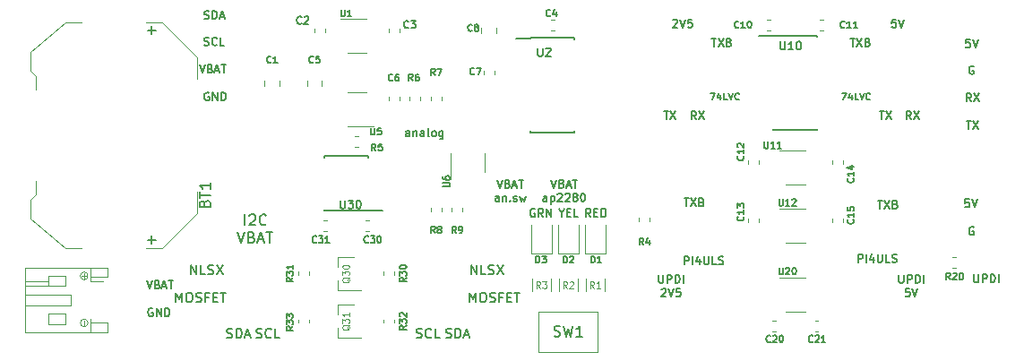
<source format=gbr>
%TF.GenerationSoftware,KiCad,Pcbnew,5.1.6*%
%TF.CreationDate,2020-06-13T14:07:02-07:00*%
%TF.ProjectId,pcb-lab-1,7063622d-6c61-4622-9d31-2e6b69636164,rev?*%
%TF.SameCoordinates,Original*%
%TF.FileFunction,Legend,Top*%
%TF.FilePolarity,Positive*%
%FSLAX46Y46*%
G04 Gerber Fmt 4.6, Leading zero omitted, Abs format (unit mm)*
G04 Created by KiCad (PCBNEW 5.1.6) date 2020-06-13 14:07:02*
%MOMM*%
%LPD*%
G01*
G04 APERTURE LIST*
%ADD10C,0.152400*%
%ADD11C,0.127000*%
%ADD12C,0.150000*%
%ADD13C,0.120000*%
%ADD14C,0.076200*%
%ADD15C,0.101600*%
G04 APERTURE END LIST*
D10*
X121519428Y-80919000D02*
X121446857Y-80882714D01*
X121338000Y-80882714D01*
X121229142Y-80919000D01*
X121156571Y-80991571D01*
X121120285Y-81064142D01*
X121084000Y-81209285D01*
X121084000Y-81318142D01*
X121120285Y-81463285D01*
X121156571Y-81535857D01*
X121229142Y-81608428D01*
X121338000Y-81644714D01*
X121410571Y-81644714D01*
X121519428Y-81608428D01*
X121555714Y-81572142D01*
X121555714Y-81318142D01*
X121410571Y-81318142D01*
X121882285Y-81644714D02*
X121882285Y-80882714D01*
X122317714Y-81644714D01*
X122317714Y-80882714D01*
X122680571Y-81644714D02*
X122680571Y-80882714D01*
X122862000Y-80882714D01*
X122970857Y-80919000D01*
X123043428Y-80991571D01*
X123079714Y-81064142D01*
X123116000Y-81209285D01*
X123116000Y-81318142D01*
X123079714Y-81463285D01*
X123043428Y-81535857D01*
X122970857Y-81608428D01*
X122862000Y-81644714D01*
X122680571Y-81644714D01*
X152319428Y-91919000D02*
X152246857Y-91882714D01*
X152138000Y-91882714D01*
X152029142Y-91919000D01*
X151956571Y-91991571D01*
X151920285Y-92064142D01*
X151884000Y-92209285D01*
X151884000Y-92318142D01*
X151920285Y-92463285D01*
X151956571Y-92535857D01*
X152029142Y-92608428D01*
X152138000Y-92644714D01*
X152210571Y-92644714D01*
X152319428Y-92608428D01*
X152355714Y-92572142D01*
X152355714Y-92318142D01*
X152210571Y-92318142D01*
X153117714Y-92644714D02*
X152863714Y-92281857D01*
X152682285Y-92644714D02*
X152682285Y-91882714D01*
X152972571Y-91882714D01*
X153045142Y-91919000D01*
X153081428Y-91955285D01*
X153117714Y-92027857D01*
X153117714Y-92136714D01*
X153081428Y-92209285D01*
X153045142Y-92245571D01*
X152972571Y-92281857D01*
X152682285Y-92281857D01*
X153444285Y-92644714D02*
X153444285Y-91882714D01*
X153879714Y-92644714D01*
X153879714Y-91882714D01*
X154846857Y-92281857D02*
X154846857Y-92644714D01*
X154592857Y-91882714D02*
X154846857Y-92281857D01*
X155100857Y-91882714D01*
X155354857Y-92245571D02*
X155608857Y-92245571D01*
X155717714Y-92644714D02*
X155354857Y-92644714D01*
X155354857Y-91882714D01*
X155717714Y-91882714D01*
X156407142Y-92644714D02*
X156044285Y-92644714D01*
X156044285Y-91882714D01*
X157610142Y-92644714D02*
X157356142Y-92281857D01*
X157174714Y-92644714D02*
X157174714Y-91882714D01*
X157465000Y-91882714D01*
X157537571Y-91919000D01*
X157573857Y-91955285D01*
X157610142Y-92027857D01*
X157610142Y-92136714D01*
X157573857Y-92209285D01*
X157537571Y-92245571D01*
X157465000Y-92281857D01*
X157174714Y-92281857D01*
X157936714Y-92245571D02*
X158190714Y-92245571D01*
X158299571Y-92644714D02*
X157936714Y-92644714D01*
X157936714Y-91882714D01*
X158299571Y-91882714D01*
X158626142Y-92644714D02*
X158626142Y-91882714D01*
X158807571Y-91882714D01*
X158916428Y-91919000D01*
X158989000Y-91991571D01*
X159025285Y-92064142D01*
X159061571Y-92209285D01*
X159061571Y-92318142D01*
X159025285Y-92463285D01*
X158989000Y-92535857D01*
X158916428Y-92608428D01*
X158807571Y-92644714D01*
X158626142Y-92644714D01*
X186738857Y-98135014D02*
X186738857Y-98751871D01*
X186775142Y-98824442D01*
X186811428Y-98860728D01*
X186884000Y-98897014D01*
X187029142Y-98897014D01*
X187101714Y-98860728D01*
X187138000Y-98824442D01*
X187174285Y-98751871D01*
X187174285Y-98135014D01*
X187537142Y-98897014D02*
X187537142Y-98135014D01*
X187827428Y-98135014D01*
X187900000Y-98171300D01*
X187936285Y-98207585D01*
X187972571Y-98280157D01*
X187972571Y-98389014D01*
X187936285Y-98461585D01*
X187900000Y-98497871D01*
X187827428Y-98534157D01*
X187537142Y-98534157D01*
X188299142Y-98897014D02*
X188299142Y-98135014D01*
X188480571Y-98135014D01*
X188589428Y-98171300D01*
X188662000Y-98243871D01*
X188698285Y-98316442D01*
X188734571Y-98461585D01*
X188734571Y-98570442D01*
X188698285Y-98715585D01*
X188662000Y-98788157D01*
X188589428Y-98860728D01*
X188480571Y-98897014D01*
X188299142Y-98897014D01*
X189061142Y-98897014D02*
X189061142Y-98135014D01*
X187754857Y-99430414D02*
X187392000Y-99430414D01*
X187355714Y-99793271D01*
X187392000Y-99756985D01*
X187464571Y-99720700D01*
X187646000Y-99720700D01*
X187718571Y-99756985D01*
X187754857Y-99793271D01*
X187791142Y-99865842D01*
X187791142Y-100047271D01*
X187754857Y-100119842D01*
X187718571Y-100156128D01*
X187646000Y-100192414D01*
X187464571Y-100192414D01*
X187392000Y-100156128D01*
X187355714Y-100119842D01*
X188008857Y-99430414D02*
X188262857Y-100192414D01*
X188516857Y-99430414D01*
X182885714Y-96944714D02*
X182885714Y-96182714D01*
X183176000Y-96182714D01*
X183248571Y-96219000D01*
X183284857Y-96255285D01*
X183321142Y-96327857D01*
X183321142Y-96436714D01*
X183284857Y-96509285D01*
X183248571Y-96545571D01*
X183176000Y-96581857D01*
X182885714Y-96581857D01*
X183647714Y-96944714D02*
X183647714Y-96182714D01*
X184337142Y-96436714D02*
X184337142Y-96944714D01*
X184155714Y-96146428D02*
X183974285Y-96690714D01*
X184446000Y-96690714D01*
X184736285Y-96182714D02*
X184736285Y-96799571D01*
X184772571Y-96872142D01*
X184808857Y-96908428D01*
X184881428Y-96944714D01*
X185026571Y-96944714D01*
X185099142Y-96908428D01*
X185135428Y-96872142D01*
X185171714Y-96799571D01*
X185171714Y-96182714D01*
X185897428Y-96944714D02*
X185534571Y-96944714D01*
X185534571Y-96182714D01*
X186115142Y-96908428D02*
X186224000Y-96944714D01*
X186405428Y-96944714D01*
X186478000Y-96908428D01*
X186514285Y-96872142D01*
X186550571Y-96799571D01*
X186550571Y-96727000D01*
X186514285Y-96654428D01*
X186478000Y-96618142D01*
X186405428Y-96581857D01*
X186260285Y-96545571D01*
X186187714Y-96509285D01*
X186151428Y-96473000D01*
X186115142Y-96400428D01*
X186115142Y-96327857D01*
X186151428Y-96255285D01*
X186187714Y-96219000D01*
X186260285Y-96182714D01*
X186441714Y-96182714D01*
X186550571Y-96219000D01*
X184738428Y-91082714D02*
X185173857Y-91082714D01*
X184956142Y-91844714D02*
X184956142Y-91082714D01*
X185355285Y-91082714D02*
X185863285Y-91844714D01*
X185863285Y-91082714D02*
X185355285Y-91844714D01*
X186407571Y-91445571D02*
X186516428Y-91481857D01*
X186552714Y-91518142D01*
X186589000Y-91590714D01*
X186589000Y-91699571D01*
X186552714Y-91772142D01*
X186516428Y-91808428D01*
X186443857Y-91844714D01*
X186153571Y-91844714D01*
X186153571Y-91082714D01*
X186407571Y-91082714D01*
X186480142Y-91119000D01*
X186516428Y-91155285D01*
X186552714Y-91227857D01*
X186552714Y-91300428D01*
X186516428Y-91373000D01*
X186480142Y-91409285D01*
X186407571Y-91445571D01*
X186153571Y-91445571D01*
X193838857Y-98082714D02*
X193838857Y-98699571D01*
X193875142Y-98772142D01*
X193911428Y-98808428D01*
X193984000Y-98844714D01*
X194129142Y-98844714D01*
X194201714Y-98808428D01*
X194238000Y-98772142D01*
X194274285Y-98699571D01*
X194274285Y-98082714D01*
X194637142Y-98844714D02*
X194637142Y-98082714D01*
X194927428Y-98082714D01*
X195000000Y-98119000D01*
X195036285Y-98155285D01*
X195072571Y-98227857D01*
X195072571Y-98336714D01*
X195036285Y-98409285D01*
X195000000Y-98445571D01*
X194927428Y-98481857D01*
X194637142Y-98481857D01*
X195399142Y-98844714D02*
X195399142Y-98082714D01*
X195580571Y-98082714D01*
X195689428Y-98119000D01*
X195762000Y-98191571D01*
X195798285Y-98264142D01*
X195834571Y-98409285D01*
X195834571Y-98518142D01*
X195798285Y-98663285D01*
X195762000Y-98735857D01*
X195689428Y-98808428D01*
X195580571Y-98844714D01*
X195399142Y-98844714D01*
X196161142Y-98844714D02*
X196161142Y-98082714D01*
X193799571Y-93619000D02*
X193727000Y-93582714D01*
X193618142Y-93582714D01*
X193509285Y-93619000D01*
X193436714Y-93691571D01*
X193400428Y-93764142D01*
X193364142Y-93909285D01*
X193364142Y-94018142D01*
X193400428Y-94163285D01*
X193436714Y-94235857D01*
X193509285Y-94308428D01*
X193618142Y-94344714D01*
X193690714Y-94344714D01*
X193799571Y-94308428D01*
X193835857Y-94272142D01*
X193835857Y-94018142D01*
X193690714Y-94018142D01*
X193354857Y-90982714D02*
X192992000Y-90982714D01*
X192955714Y-91345571D01*
X192992000Y-91309285D01*
X193064571Y-91273000D01*
X193246000Y-91273000D01*
X193318571Y-91309285D01*
X193354857Y-91345571D01*
X193391142Y-91418142D01*
X193391142Y-91599571D01*
X193354857Y-91672142D01*
X193318571Y-91708428D01*
X193246000Y-91744714D01*
X193064571Y-91744714D01*
X192992000Y-91708428D01*
X192955714Y-91672142D01*
X193608857Y-90982714D02*
X193862857Y-91744714D01*
X194116857Y-90982714D01*
X193454857Y-75882714D02*
X193092000Y-75882714D01*
X193055714Y-76245571D01*
X193092000Y-76209285D01*
X193164571Y-76173000D01*
X193346000Y-76173000D01*
X193418571Y-76209285D01*
X193454857Y-76245571D01*
X193491142Y-76318142D01*
X193491142Y-76499571D01*
X193454857Y-76572142D01*
X193418571Y-76608428D01*
X193346000Y-76644714D01*
X193164571Y-76644714D01*
X193092000Y-76608428D01*
X193055714Y-76572142D01*
X193708857Y-75882714D02*
X193962857Y-76644714D01*
X194216857Y-75882714D01*
X193799571Y-78419000D02*
X193727000Y-78382714D01*
X193618142Y-78382714D01*
X193509285Y-78419000D01*
X193436714Y-78491571D01*
X193400428Y-78564142D01*
X193364142Y-78709285D01*
X193364142Y-78818142D01*
X193400428Y-78963285D01*
X193436714Y-79035857D01*
X193509285Y-79108428D01*
X193618142Y-79144714D01*
X193690714Y-79144714D01*
X193799571Y-79108428D01*
X193835857Y-79072142D01*
X193835857Y-78818142D01*
X193690714Y-78818142D01*
X193119428Y-83582714D02*
X193554857Y-83582714D01*
X193337142Y-84344714D02*
X193337142Y-83582714D01*
X193736285Y-83582714D02*
X194244285Y-84344714D01*
X194244285Y-83582714D02*
X193736285Y-84344714D01*
X193573000Y-81744714D02*
X193319000Y-81381857D01*
X193137571Y-81744714D02*
X193137571Y-80982714D01*
X193427857Y-80982714D01*
X193500428Y-81019000D01*
X193536714Y-81055285D01*
X193573000Y-81127857D01*
X193573000Y-81236714D01*
X193536714Y-81309285D01*
X193500428Y-81345571D01*
X193427857Y-81381857D01*
X193137571Y-81381857D01*
X193827000Y-80982714D02*
X194335000Y-81744714D01*
X194335000Y-80982714D02*
X193827000Y-81744714D01*
D11*
X168939285Y-80952261D02*
X169362619Y-80952261D01*
X169090476Y-81587261D01*
X169876666Y-81163928D02*
X169876666Y-81587261D01*
X169725476Y-80922023D02*
X169574285Y-81375595D01*
X169967380Y-81375595D01*
X170511666Y-81587261D02*
X170209285Y-81587261D01*
X170209285Y-80952261D01*
X170632619Y-80952261D02*
X170844285Y-81587261D01*
X171055952Y-80952261D01*
X171630476Y-81526785D02*
X171600238Y-81557023D01*
X171509523Y-81587261D01*
X171449047Y-81587261D01*
X171358333Y-81557023D01*
X171297857Y-81496547D01*
X171267619Y-81436071D01*
X171237380Y-81315119D01*
X171237380Y-81224404D01*
X171267619Y-81103452D01*
X171297857Y-81042976D01*
X171358333Y-80982500D01*
X171449047Y-80952261D01*
X171509523Y-80952261D01*
X171600238Y-80982500D01*
X171630476Y-81012738D01*
X181339285Y-80952261D02*
X181762619Y-80952261D01*
X181490476Y-81587261D01*
X182276666Y-81163928D02*
X182276666Y-81587261D01*
X182125476Y-80922023D02*
X181974285Y-81375595D01*
X182367380Y-81375595D01*
X182911666Y-81587261D02*
X182609285Y-81587261D01*
X182609285Y-80952261D01*
X183032619Y-80952261D02*
X183244285Y-81587261D01*
X183455952Y-80952261D01*
X184030476Y-81526785D02*
X184000238Y-81557023D01*
X183909523Y-81587261D01*
X183849047Y-81587261D01*
X183758333Y-81557023D01*
X183697857Y-81496547D01*
X183667619Y-81436071D01*
X183637380Y-81315119D01*
X183637380Y-81224404D01*
X183667619Y-81103452D01*
X183697857Y-81042976D01*
X183758333Y-80982500D01*
X183849047Y-80952261D01*
X183909523Y-80952261D01*
X184000238Y-80982500D01*
X184030476Y-81012738D01*
D10*
X182138428Y-75782714D02*
X182573857Y-75782714D01*
X182356142Y-76544714D02*
X182356142Y-75782714D01*
X182755285Y-75782714D02*
X183263285Y-76544714D01*
X183263285Y-75782714D02*
X182755285Y-76544714D01*
X183807571Y-76145571D02*
X183916428Y-76181857D01*
X183952714Y-76218142D01*
X183989000Y-76290714D01*
X183989000Y-76399571D01*
X183952714Y-76472142D01*
X183916428Y-76508428D01*
X183843857Y-76544714D01*
X183553571Y-76544714D01*
X183553571Y-75782714D01*
X183807571Y-75782714D01*
X183880142Y-75819000D01*
X183916428Y-75855285D01*
X183952714Y-75927857D01*
X183952714Y-76000428D01*
X183916428Y-76073000D01*
X183880142Y-76109285D01*
X183807571Y-76145571D01*
X183553571Y-76145571D01*
X169038428Y-75782714D02*
X169473857Y-75782714D01*
X169256142Y-76544714D02*
X169256142Y-75782714D01*
X169655285Y-75782714D02*
X170163285Y-76544714D01*
X170163285Y-75782714D02*
X169655285Y-76544714D01*
X170707571Y-76145571D02*
X170816428Y-76181857D01*
X170852714Y-76218142D01*
X170889000Y-76290714D01*
X170889000Y-76399571D01*
X170852714Y-76472142D01*
X170816428Y-76508428D01*
X170743857Y-76544714D01*
X170453571Y-76544714D01*
X170453571Y-75782714D01*
X170707571Y-75782714D01*
X170780142Y-75819000D01*
X170816428Y-75855285D01*
X170852714Y-75927857D01*
X170852714Y-76000428D01*
X170816428Y-76073000D01*
X170780142Y-76109285D01*
X170707571Y-76145571D01*
X170453571Y-76145571D01*
X186454857Y-73982714D02*
X186092000Y-73982714D01*
X186055714Y-74345571D01*
X186092000Y-74309285D01*
X186164571Y-74273000D01*
X186346000Y-74273000D01*
X186418571Y-74309285D01*
X186454857Y-74345571D01*
X186491142Y-74418142D01*
X186491142Y-74599571D01*
X186454857Y-74672142D01*
X186418571Y-74708428D01*
X186346000Y-74744714D01*
X186164571Y-74744714D01*
X186092000Y-74708428D01*
X186055714Y-74672142D01*
X186708857Y-73982714D02*
X186962857Y-74744714D01*
X187216857Y-73982714D01*
X165392857Y-74055285D02*
X165429142Y-74019000D01*
X165501714Y-73982714D01*
X165683142Y-73982714D01*
X165755714Y-74019000D01*
X165792000Y-74055285D01*
X165828285Y-74127857D01*
X165828285Y-74200428D01*
X165792000Y-74309285D01*
X165356571Y-74744714D01*
X165828285Y-74744714D01*
X166046000Y-73982714D02*
X166300000Y-74744714D01*
X166554000Y-73982714D01*
X167170857Y-73982714D02*
X166808000Y-73982714D01*
X166771714Y-74345571D01*
X166808000Y-74309285D01*
X166880571Y-74273000D01*
X167062000Y-74273000D01*
X167134571Y-74309285D01*
X167170857Y-74345571D01*
X167207142Y-74418142D01*
X167207142Y-74599571D01*
X167170857Y-74672142D01*
X167134571Y-74708428D01*
X167062000Y-74744714D01*
X166880571Y-74744714D01*
X166808000Y-74708428D01*
X166771714Y-74672142D01*
X167573000Y-83444714D02*
X167319000Y-83081857D01*
X167137571Y-83444714D02*
X167137571Y-82682714D01*
X167427857Y-82682714D01*
X167500428Y-82719000D01*
X167536714Y-82755285D01*
X167573000Y-82827857D01*
X167573000Y-82936714D01*
X167536714Y-83009285D01*
X167500428Y-83045571D01*
X167427857Y-83081857D01*
X167137571Y-83081857D01*
X167827000Y-82682714D02*
X168335000Y-83444714D01*
X168335000Y-82682714D02*
X167827000Y-83444714D01*
X187873000Y-83444714D02*
X187619000Y-83081857D01*
X187437571Y-83444714D02*
X187437571Y-82682714D01*
X187727857Y-82682714D01*
X187800428Y-82719000D01*
X187836714Y-82755285D01*
X187873000Y-82827857D01*
X187873000Y-82936714D01*
X187836714Y-83009285D01*
X187800428Y-83045571D01*
X187727857Y-83081857D01*
X187437571Y-83081857D01*
X188127000Y-82682714D02*
X188635000Y-83444714D01*
X188635000Y-82682714D02*
X188127000Y-83444714D01*
X184919428Y-82682714D02*
X185354857Y-82682714D01*
X185137142Y-83444714D02*
X185137142Y-82682714D01*
X185536285Y-82682714D02*
X186044285Y-83444714D01*
X186044285Y-82682714D02*
X185536285Y-83444714D01*
X164519428Y-82682714D02*
X164954857Y-82682714D01*
X164737142Y-83444714D02*
X164737142Y-82682714D01*
X165136285Y-82682714D02*
X165644285Y-83444714D01*
X165644285Y-82682714D02*
X165136285Y-83444714D01*
X164038857Y-98135014D02*
X164038857Y-98751871D01*
X164075142Y-98824442D01*
X164111428Y-98860728D01*
X164184000Y-98897014D01*
X164329142Y-98897014D01*
X164401714Y-98860728D01*
X164438000Y-98824442D01*
X164474285Y-98751871D01*
X164474285Y-98135014D01*
X164837142Y-98897014D02*
X164837142Y-98135014D01*
X165127428Y-98135014D01*
X165200000Y-98171300D01*
X165236285Y-98207585D01*
X165272571Y-98280157D01*
X165272571Y-98389014D01*
X165236285Y-98461585D01*
X165200000Y-98497871D01*
X165127428Y-98534157D01*
X164837142Y-98534157D01*
X165599142Y-98897014D02*
X165599142Y-98135014D01*
X165780571Y-98135014D01*
X165889428Y-98171300D01*
X165962000Y-98243871D01*
X165998285Y-98316442D01*
X166034571Y-98461585D01*
X166034571Y-98570442D01*
X165998285Y-98715585D01*
X165962000Y-98788157D01*
X165889428Y-98860728D01*
X165780571Y-98897014D01*
X165599142Y-98897014D01*
X166361142Y-98897014D02*
X166361142Y-98135014D01*
X164292857Y-99502985D02*
X164329142Y-99466700D01*
X164401714Y-99430414D01*
X164583142Y-99430414D01*
X164655714Y-99466700D01*
X164692000Y-99502985D01*
X164728285Y-99575557D01*
X164728285Y-99648128D01*
X164692000Y-99756985D01*
X164256571Y-100192414D01*
X164728285Y-100192414D01*
X164946000Y-99430414D02*
X165200000Y-100192414D01*
X165454000Y-99430414D01*
X166070857Y-99430414D02*
X165708000Y-99430414D01*
X165671714Y-99793271D01*
X165708000Y-99756985D01*
X165780571Y-99720700D01*
X165962000Y-99720700D01*
X166034571Y-99756985D01*
X166070857Y-99793271D01*
X166107142Y-99865842D01*
X166107142Y-100047271D01*
X166070857Y-100119842D01*
X166034571Y-100156128D01*
X165962000Y-100192414D01*
X165780571Y-100192414D01*
X165708000Y-100156128D01*
X165671714Y-100119842D01*
X166485714Y-97144714D02*
X166485714Y-96382714D01*
X166776000Y-96382714D01*
X166848571Y-96419000D01*
X166884857Y-96455285D01*
X166921142Y-96527857D01*
X166921142Y-96636714D01*
X166884857Y-96709285D01*
X166848571Y-96745571D01*
X166776000Y-96781857D01*
X166485714Y-96781857D01*
X167247714Y-97144714D02*
X167247714Y-96382714D01*
X167937142Y-96636714D02*
X167937142Y-97144714D01*
X167755714Y-96346428D02*
X167574285Y-96890714D01*
X168046000Y-96890714D01*
X168336285Y-96382714D02*
X168336285Y-96999571D01*
X168372571Y-97072142D01*
X168408857Y-97108428D01*
X168481428Y-97144714D01*
X168626571Y-97144714D01*
X168699142Y-97108428D01*
X168735428Y-97072142D01*
X168771714Y-96999571D01*
X168771714Y-96382714D01*
X169497428Y-97144714D02*
X169134571Y-97144714D01*
X169134571Y-96382714D01*
X169715142Y-97108428D02*
X169824000Y-97144714D01*
X170005428Y-97144714D01*
X170078000Y-97108428D01*
X170114285Y-97072142D01*
X170150571Y-96999571D01*
X170150571Y-96927000D01*
X170114285Y-96854428D01*
X170078000Y-96818142D01*
X170005428Y-96781857D01*
X169860285Y-96745571D01*
X169787714Y-96709285D01*
X169751428Y-96673000D01*
X169715142Y-96600428D01*
X169715142Y-96527857D01*
X169751428Y-96455285D01*
X169787714Y-96419000D01*
X169860285Y-96382714D01*
X170041714Y-96382714D01*
X170150571Y-96419000D01*
X166438428Y-90882714D02*
X166873857Y-90882714D01*
X166656142Y-91644714D02*
X166656142Y-90882714D01*
X167055285Y-90882714D02*
X167563285Y-91644714D01*
X167563285Y-90882714D02*
X167055285Y-91644714D01*
X168107571Y-91245571D02*
X168216428Y-91281857D01*
X168252714Y-91318142D01*
X168289000Y-91390714D01*
X168289000Y-91499571D01*
X168252714Y-91572142D01*
X168216428Y-91608428D01*
X168143857Y-91644714D01*
X167853571Y-91644714D01*
X167853571Y-90882714D01*
X168107571Y-90882714D01*
X168180142Y-90919000D01*
X168216428Y-90955285D01*
X168252714Y-91027857D01*
X168252714Y-91100428D01*
X168216428Y-91173000D01*
X168180142Y-91209285D01*
X168107571Y-91245571D01*
X167853571Y-91245571D01*
X153848142Y-89135014D02*
X154102142Y-89897014D01*
X154356142Y-89135014D01*
X154864142Y-89497871D02*
X154973000Y-89534157D01*
X155009285Y-89570442D01*
X155045571Y-89643014D01*
X155045571Y-89751871D01*
X155009285Y-89824442D01*
X154973000Y-89860728D01*
X154900428Y-89897014D01*
X154610142Y-89897014D01*
X154610142Y-89135014D01*
X154864142Y-89135014D01*
X154936714Y-89171300D01*
X154973000Y-89207585D01*
X155009285Y-89280157D01*
X155009285Y-89352728D01*
X154973000Y-89425300D01*
X154936714Y-89461585D01*
X154864142Y-89497871D01*
X154610142Y-89497871D01*
X155335857Y-89679300D02*
X155698714Y-89679300D01*
X155263285Y-89897014D02*
X155517285Y-89135014D01*
X155771285Y-89897014D01*
X155916428Y-89135014D02*
X156351857Y-89135014D01*
X156134142Y-89897014D02*
X156134142Y-89135014D01*
X153467142Y-91192414D02*
X153467142Y-90793271D01*
X153430857Y-90720700D01*
X153358285Y-90684414D01*
X153213142Y-90684414D01*
X153140571Y-90720700D01*
X153467142Y-91156128D02*
X153394571Y-91192414D01*
X153213142Y-91192414D01*
X153140571Y-91156128D01*
X153104285Y-91083557D01*
X153104285Y-91010985D01*
X153140571Y-90938414D01*
X153213142Y-90902128D01*
X153394571Y-90902128D01*
X153467142Y-90865842D01*
X153830000Y-90684414D02*
X153830000Y-91446414D01*
X153830000Y-90720700D02*
X153902571Y-90684414D01*
X154047714Y-90684414D01*
X154120285Y-90720700D01*
X154156571Y-90756985D01*
X154192857Y-90829557D01*
X154192857Y-91047271D01*
X154156571Y-91119842D01*
X154120285Y-91156128D01*
X154047714Y-91192414D01*
X153902571Y-91192414D01*
X153830000Y-91156128D01*
X154483142Y-90502985D02*
X154519428Y-90466700D01*
X154592000Y-90430414D01*
X154773428Y-90430414D01*
X154846000Y-90466700D01*
X154882285Y-90502985D01*
X154918571Y-90575557D01*
X154918571Y-90648128D01*
X154882285Y-90756985D01*
X154446857Y-91192414D01*
X154918571Y-91192414D01*
X155208857Y-90502985D02*
X155245142Y-90466700D01*
X155317714Y-90430414D01*
X155499142Y-90430414D01*
X155571714Y-90466700D01*
X155608000Y-90502985D01*
X155644285Y-90575557D01*
X155644285Y-90648128D01*
X155608000Y-90756985D01*
X155172571Y-91192414D01*
X155644285Y-91192414D01*
X156079714Y-90756985D02*
X156007142Y-90720700D01*
X155970857Y-90684414D01*
X155934571Y-90611842D01*
X155934571Y-90575557D01*
X155970857Y-90502985D01*
X156007142Y-90466700D01*
X156079714Y-90430414D01*
X156224857Y-90430414D01*
X156297428Y-90466700D01*
X156333714Y-90502985D01*
X156370000Y-90575557D01*
X156370000Y-90611842D01*
X156333714Y-90684414D01*
X156297428Y-90720700D01*
X156224857Y-90756985D01*
X156079714Y-90756985D01*
X156007142Y-90793271D01*
X155970857Y-90829557D01*
X155934571Y-90902128D01*
X155934571Y-91047271D01*
X155970857Y-91119842D01*
X156007142Y-91156128D01*
X156079714Y-91192414D01*
X156224857Y-91192414D01*
X156297428Y-91156128D01*
X156333714Y-91119842D01*
X156370000Y-91047271D01*
X156370000Y-90902128D01*
X156333714Y-90829557D01*
X156297428Y-90793271D01*
X156224857Y-90756985D01*
X156841714Y-90430414D02*
X156914285Y-90430414D01*
X156986857Y-90466700D01*
X157023142Y-90502985D01*
X157059428Y-90575557D01*
X157095714Y-90720700D01*
X157095714Y-90902128D01*
X157059428Y-91047271D01*
X157023142Y-91119842D01*
X156986857Y-91156128D01*
X156914285Y-91192414D01*
X156841714Y-91192414D01*
X156769142Y-91156128D01*
X156732857Y-91119842D01*
X156696571Y-91047271D01*
X156660285Y-90902128D01*
X156660285Y-90720700D01*
X156696571Y-90575557D01*
X156732857Y-90502985D01*
X156769142Y-90466700D01*
X156841714Y-90430414D01*
X148748142Y-89135014D02*
X149002142Y-89897014D01*
X149256142Y-89135014D01*
X149764142Y-89497871D02*
X149873000Y-89534157D01*
X149909285Y-89570442D01*
X149945571Y-89643014D01*
X149945571Y-89751871D01*
X149909285Y-89824442D01*
X149873000Y-89860728D01*
X149800428Y-89897014D01*
X149510142Y-89897014D01*
X149510142Y-89135014D01*
X149764142Y-89135014D01*
X149836714Y-89171300D01*
X149873000Y-89207585D01*
X149909285Y-89280157D01*
X149909285Y-89352728D01*
X149873000Y-89425300D01*
X149836714Y-89461585D01*
X149764142Y-89497871D01*
X149510142Y-89497871D01*
X150235857Y-89679300D02*
X150598714Y-89679300D01*
X150163285Y-89897014D02*
X150417285Y-89135014D01*
X150671285Y-89897014D01*
X150816428Y-89135014D02*
X151251857Y-89135014D01*
X151034142Y-89897014D02*
X151034142Y-89135014D01*
X148929571Y-91192414D02*
X148929571Y-90793271D01*
X148893285Y-90720700D01*
X148820714Y-90684414D01*
X148675571Y-90684414D01*
X148603000Y-90720700D01*
X148929571Y-91156128D02*
X148857000Y-91192414D01*
X148675571Y-91192414D01*
X148603000Y-91156128D01*
X148566714Y-91083557D01*
X148566714Y-91010985D01*
X148603000Y-90938414D01*
X148675571Y-90902128D01*
X148857000Y-90902128D01*
X148929571Y-90865842D01*
X149292428Y-90684414D02*
X149292428Y-91192414D01*
X149292428Y-90756985D02*
X149328714Y-90720700D01*
X149401285Y-90684414D01*
X149510142Y-90684414D01*
X149582714Y-90720700D01*
X149619000Y-90793271D01*
X149619000Y-91192414D01*
X149981857Y-91119842D02*
X150018142Y-91156128D01*
X149981857Y-91192414D01*
X149945571Y-91156128D01*
X149981857Y-91119842D01*
X149981857Y-91192414D01*
X150308428Y-91156128D02*
X150381000Y-91192414D01*
X150526142Y-91192414D01*
X150598714Y-91156128D01*
X150635000Y-91083557D01*
X150635000Y-91047271D01*
X150598714Y-90974700D01*
X150526142Y-90938414D01*
X150417285Y-90938414D01*
X150344714Y-90902128D01*
X150308428Y-90829557D01*
X150308428Y-90793271D01*
X150344714Y-90720700D01*
X150417285Y-90684414D01*
X150526142Y-90684414D01*
X150598714Y-90720700D01*
X150889000Y-90684414D02*
X151034142Y-91192414D01*
X151179285Y-90829557D01*
X151324428Y-91192414D01*
X151469571Y-90684414D01*
X140484857Y-85044714D02*
X140484857Y-84645571D01*
X140448571Y-84573000D01*
X140376000Y-84536714D01*
X140230857Y-84536714D01*
X140158285Y-84573000D01*
X140484857Y-85008428D02*
X140412285Y-85044714D01*
X140230857Y-85044714D01*
X140158285Y-85008428D01*
X140122000Y-84935857D01*
X140122000Y-84863285D01*
X140158285Y-84790714D01*
X140230857Y-84754428D01*
X140412285Y-84754428D01*
X140484857Y-84718142D01*
X140847714Y-84536714D02*
X140847714Y-85044714D01*
X140847714Y-84609285D02*
X140884000Y-84573000D01*
X140956571Y-84536714D01*
X141065428Y-84536714D01*
X141138000Y-84573000D01*
X141174285Y-84645571D01*
X141174285Y-85044714D01*
X141863714Y-85044714D02*
X141863714Y-84645571D01*
X141827428Y-84573000D01*
X141754857Y-84536714D01*
X141609714Y-84536714D01*
X141537142Y-84573000D01*
X141863714Y-85008428D02*
X141791142Y-85044714D01*
X141609714Y-85044714D01*
X141537142Y-85008428D01*
X141500857Y-84935857D01*
X141500857Y-84863285D01*
X141537142Y-84790714D01*
X141609714Y-84754428D01*
X141791142Y-84754428D01*
X141863714Y-84718142D01*
X142335428Y-85044714D02*
X142262857Y-85008428D01*
X142226571Y-84935857D01*
X142226571Y-84282714D01*
X142734571Y-85044714D02*
X142662000Y-85008428D01*
X142625714Y-84972142D01*
X142589428Y-84899571D01*
X142589428Y-84681857D01*
X142625714Y-84609285D01*
X142662000Y-84573000D01*
X142734571Y-84536714D01*
X142843428Y-84536714D01*
X142916000Y-84573000D01*
X142952285Y-84609285D01*
X142988571Y-84681857D01*
X142988571Y-84899571D01*
X142952285Y-84972142D01*
X142916000Y-85008428D01*
X142843428Y-85044714D01*
X142734571Y-85044714D01*
X143641714Y-84536714D02*
X143641714Y-85153571D01*
X143605428Y-85226142D01*
X143569142Y-85262428D01*
X143496571Y-85298714D01*
X143387714Y-85298714D01*
X143315142Y-85262428D01*
X143641714Y-85008428D02*
X143569142Y-85044714D01*
X143424000Y-85044714D01*
X143351428Y-85008428D01*
X143315142Y-84972142D01*
X143278857Y-84899571D01*
X143278857Y-84681857D01*
X143315142Y-84609285D01*
X143351428Y-84573000D01*
X143424000Y-84536714D01*
X143569142Y-84536714D01*
X143641714Y-84573000D01*
X120648142Y-78282714D02*
X120902142Y-79044714D01*
X121156142Y-78282714D01*
X121664142Y-78645571D02*
X121773000Y-78681857D01*
X121809285Y-78718142D01*
X121845571Y-78790714D01*
X121845571Y-78899571D01*
X121809285Y-78972142D01*
X121773000Y-79008428D01*
X121700428Y-79044714D01*
X121410142Y-79044714D01*
X121410142Y-78282714D01*
X121664142Y-78282714D01*
X121736714Y-78319000D01*
X121773000Y-78355285D01*
X121809285Y-78427857D01*
X121809285Y-78500428D01*
X121773000Y-78573000D01*
X121736714Y-78609285D01*
X121664142Y-78645571D01*
X121410142Y-78645571D01*
X122135857Y-78827000D02*
X122498714Y-78827000D01*
X122063285Y-79044714D02*
X122317285Y-78282714D01*
X122571285Y-79044714D01*
X122716428Y-78282714D02*
X123151857Y-78282714D01*
X122934142Y-79044714D02*
X122934142Y-78282714D01*
X121092857Y-76408428D02*
X121201714Y-76444714D01*
X121383142Y-76444714D01*
X121455714Y-76408428D01*
X121492000Y-76372142D01*
X121528285Y-76299571D01*
X121528285Y-76227000D01*
X121492000Y-76154428D01*
X121455714Y-76118142D01*
X121383142Y-76081857D01*
X121238000Y-76045571D01*
X121165428Y-76009285D01*
X121129142Y-75973000D01*
X121092857Y-75900428D01*
X121092857Y-75827857D01*
X121129142Y-75755285D01*
X121165428Y-75719000D01*
X121238000Y-75682714D01*
X121419428Y-75682714D01*
X121528285Y-75719000D01*
X122290285Y-76372142D02*
X122254000Y-76408428D01*
X122145142Y-76444714D01*
X122072571Y-76444714D01*
X121963714Y-76408428D01*
X121891142Y-76335857D01*
X121854857Y-76263285D01*
X121818571Y-76118142D01*
X121818571Y-76009285D01*
X121854857Y-75864142D01*
X121891142Y-75791571D01*
X121963714Y-75719000D01*
X122072571Y-75682714D01*
X122145142Y-75682714D01*
X122254000Y-75719000D01*
X122290285Y-75755285D01*
X122979714Y-76444714D02*
X122616857Y-76444714D01*
X122616857Y-75682714D01*
X121074714Y-73908428D02*
X121183571Y-73944714D01*
X121365000Y-73944714D01*
X121437571Y-73908428D01*
X121473857Y-73872142D01*
X121510142Y-73799571D01*
X121510142Y-73727000D01*
X121473857Y-73654428D01*
X121437571Y-73618142D01*
X121365000Y-73581857D01*
X121219857Y-73545571D01*
X121147285Y-73509285D01*
X121111000Y-73473000D01*
X121074714Y-73400428D01*
X121074714Y-73327857D01*
X121111000Y-73255285D01*
X121147285Y-73219000D01*
X121219857Y-73182714D01*
X121401285Y-73182714D01*
X121510142Y-73219000D01*
X121836714Y-73944714D02*
X121836714Y-73182714D01*
X122018142Y-73182714D01*
X122127000Y-73219000D01*
X122199571Y-73291571D01*
X122235857Y-73364142D01*
X122272142Y-73509285D01*
X122272142Y-73618142D01*
X122235857Y-73763285D01*
X122199571Y-73835857D01*
X122127000Y-73908428D01*
X122018142Y-73944714D01*
X121836714Y-73944714D01*
X122562428Y-73727000D02*
X122925285Y-73727000D01*
X122489857Y-73944714D02*
X122743857Y-73182714D01*
X122997857Y-73944714D01*
X116219428Y-101319000D02*
X116146857Y-101282714D01*
X116038000Y-101282714D01*
X115929142Y-101319000D01*
X115856571Y-101391571D01*
X115820285Y-101464142D01*
X115784000Y-101609285D01*
X115784000Y-101718142D01*
X115820285Y-101863285D01*
X115856571Y-101935857D01*
X115929142Y-102008428D01*
X116038000Y-102044714D01*
X116110571Y-102044714D01*
X116219428Y-102008428D01*
X116255714Y-101972142D01*
X116255714Y-101718142D01*
X116110571Y-101718142D01*
X116582285Y-102044714D02*
X116582285Y-101282714D01*
X117017714Y-102044714D01*
X117017714Y-101282714D01*
X117380571Y-102044714D02*
X117380571Y-101282714D01*
X117562000Y-101282714D01*
X117670857Y-101319000D01*
X117743428Y-101391571D01*
X117779714Y-101464142D01*
X117816000Y-101609285D01*
X117816000Y-101718142D01*
X117779714Y-101863285D01*
X117743428Y-101935857D01*
X117670857Y-102008428D01*
X117562000Y-102044714D01*
X117380571Y-102044714D01*
X115648142Y-98682714D02*
X115902142Y-99444714D01*
X116156142Y-98682714D01*
X116664142Y-99045571D02*
X116773000Y-99081857D01*
X116809285Y-99118142D01*
X116845571Y-99190714D01*
X116845571Y-99299571D01*
X116809285Y-99372142D01*
X116773000Y-99408428D01*
X116700428Y-99444714D01*
X116410142Y-99444714D01*
X116410142Y-98682714D01*
X116664142Y-98682714D01*
X116736714Y-98719000D01*
X116773000Y-98755285D01*
X116809285Y-98827857D01*
X116809285Y-98900428D01*
X116773000Y-98973000D01*
X116736714Y-99009285D01*
X116664142Y-99045571D01*
X116410142Y-99045571D01*
X117135857Y-99227000D02*
X117498714Y-99227000D01*
X117063285Y-99444714D02*
X117317285Y-98682714D01*
X117571285Y-99444714D01*
X117716428Y-98682714D02*
X118151857Y-98682714D01*
X117934142Y-99444714D02*
X117934142Y-98682714D01*
X146192833Y-100702166D02*
X146192833Y-99813166D01*
X146489166Y-100448166D01*
X146785500Y-99813166D01*
X146785500Y-100702166D01*
X147378166Y-99813166D02*
X147547500Y-99813166D01*
X147632166Y-99855500D01*
X147716833Y-99940166D01*
X147759166Y-100109500D01*
X147759166Y-100405833D01*
X147716833Y-100575166D01*
X147632166Y-100659833D01*
X147547500Y-100702166D01*
X147378166Y-100702166D01*
X147293500Y-100659833D01*
X147208833Y-100575166D01*
X147166500Y-100405833D01*
X147166500Y-100109500D01*
X147208833Y-99940166D01*
X147293500Y-99855500D01*
X147378166Y-99813166D01*
X148097833Y-100659833D02*
X148224833Y-100702166D01*
X148436500Y-100702166D01*
X148521166Y-100659833D01*
X148563500Y-100617500D01*
X148605833Y-100532833D01*
X148605833Y-100448166D01*
X148563500Y-100363500D01*
X148521166Y-100321166D01*
X148436500Y-100278833D01*
X148267166Y-100236500D01*
X148182500Y-100194166D01*
X148140166Y-100151833D01*
X148097833Y-100067166D01*
X148097833Y-99982500D01*
X148140166Y-99897833D01*
X148182500Y-99855500D01*
X148267166Y-99813166D01*
X148478833Y-99813166D01*
X148605833Y-99855500D01*
X149283166Y-100236500D02*
X148986833Y-100236500D01*
X148986833Y-100702166D02*
X148986833Y-99813166D01*
X149410166Y-99813166D01*
X149748833Y-100236500D02*
X150045166Y-100236500D01*
X150172166Y-100702166D02*
X149748833Y-100702166D01*
X149748833Y-99813166D01*
X150172166Y-99813166D01*
X150426166Y-99813166D02*
X150934166Y-99813166D01*
X150680166Y-100702166D02*
X150680166Y-99813166D01*
X146339500Y-98102166D02*
X146339500Y-97213166D01*
X146847500Y-98102166D01*
X146847500Y-97213166D01*
X147694166Y-98102166D02*
X147270833Y-98102166D01*
X147270833Y-97213166D01*
X147948166Y-98059833D02*
X148075166Y-98102166D01*
X148286833Y-98102166D01*
X148371500Y-98059833D01*
X148413833Y-98017500D01*
X148456166Y-97932833D01*
X148456166Y-97848166D01*
X148413833Y-97763500D01*
X148371500Y-97721166D01*
X148286833Y-97678833D01*
X148117500Y-97636500D01*
X148032833Y-97594166D01*
X147990500Y-97551833D01*
X147948166Y-97467166D01*
X147948166Y-97382500D01*
X147990500Y-97297833D01*
X148032833Y-97255500D01*
X148117500Y-97213166D01*
X148329166Y-97213166D01*
X148456166Y-97255500D01*
X148752500Y-97213166D02*
X149345166Y-98102166D01*
X149345166Y-97213166D02*
X148752500Y-98102166D01*
X143920500Y-104059833D02*
X144047500Y-104102166D01*
X144259166Y-104102166D01*
X144343833Y-104059833D01*
X144386166Y-104017500D01*
X144428500Y-103932833D01*
X144428500Y-103848166D01*
X144386166Y-103763500D01*
X144343833Y-103721166D01*
X144259166Y-103678833D01*
X144089833Y-103636500D01*
X144005166Y-103594166D01*
X143962833Y-103551833D01*
X143920500Y-103467166D01*
X143920500Y-103382500D01*
X143962833Y-103297833D01*
X144005166Y-103255500D01*
X144089833Y-103213166D01*
X144301500Y-103213166D01*
X144428500Y-103255500D01*
X144809500Y-104102166D02*
X144809500Y-103213166D01*
X145021166Y-103213166D01*
X145148166Y-103255500D01*
X145232833Y-103340166D01*
X145275166Y-103424833D01*
X145317500Y-103594166D01*
X145317500Y-103721166D01*
X145275166Y-103890500D01*
X145232833Y-103975166D01*
X145148166Y-104059833D01*
X145021166Y-104102166D01*
X144809500Y-104102166D01*
X145656166Y-103848166D02*
X146079500Y-103848166D01*
X145571500Y-104102166D02*
X145867833Y-103213166D01*
X146164166Y-104102166D01*
X141141666Y-104059833D02*
X141268666Y-104102166D01*
X141480333Y-104102166D01*
X141565000Y-104059833D01*
X141607333Y-104017500D01*
X141649666Y-103932833D01*
X141649666Y-103848166D01*
X141607333Y-103763500D01*
X141565000Y-103721166D01*
X141480333Y-103678833D01*
X141311000Y-103636500D01*
X141226333Y-103594166D01*
X141184000Y-103551833D01*
X141141666Y-103467166D01*
X141141666Y-103382500D01*
X141184000Y-103297833D01*
X141226333Y-103255500D01*
X141311000Y-103213166D01*
X141522666Y-103213166D01*
X141649666Y-103255500D01*
X142538666Y-104017500D02*
X142496333Y-104059833D01*
X142369333Y-104102166D01*
X142284666Y-104102166D01*
X142157666Y-104059833D01*
X142073000Y-103975166D01*
X142030666Y-103890500D01*
X141988333Y-103721166D01*
X141988333Y-103594166D01*
X142030666Y-103424833D01*
X142073000Y-103340166D01*
X142157666Y-103255500D01*
X142284666Y-103213166D01*
X142369333Y-103213166D01*
X142496333Y-103255500D01*
X142538666Y-103297833D01*
X143343000Y-104102166D02*
X142919666Y-104102166D01*
X142919666Y-103213166D01*
X126041666Y-104059833D02*
X126168666Y-104102166D01*
X126380333Y-104102166D01*
X126465000Y-104059833D01*
X126507333Y-104017500D01*
X126549666Y-103932833D01*
X126549666Y-103848166D01*
X126507333Y-103763500D01*
X126465000Y-103721166D01*
X126380333Y-103678833D01*
X126211000Y-103636500D01*
X126126333Y-103594166D01*
X126084000Y-103551833D01*
X126041666Y-103467166D01*
X126041666Y-103382500D01*
X126084000Y-103297833D01*
X126126333Y-103255500D01*
X126211000Y-103213166D01*
X126422666Y-103213166D01*
X126549666Y-103255500D01*
X127438666Y-104017500D02*
X127396333Y-104059833D01*
X127269333Y-104102166D01*
X127184666Y-104102166D01*
X127057666Y-104059833D01*
X126973000Y-103975166D01*
X126930666Y-103890500D01*
X126888333Y-103721166D01*
X126888333Y-103594166D01*
X126930666Y-103424833D01*
X126973000Y-103340166D01*
X127057666Y-103255500D01*
X127184666Y-103213166D01*
X127269333Y-103213166D01*
X127396333Y-103255500D01*
X127438666Y-103297833D01*
X128243000Y-104102166D02*
X127819666Y-104102166D01*
X127819666Y-103213166D01*
X123220500Y-104059833D02*
X123347500Y-104102166D01*
X123559166Y-104102166D01*
X123643833Y-104059833D01*
X123686166Y-104017500D01*
X123728500Y-103932833D01*
X123728500Y-103848166D01*
X123686166Y-103763500D01*
X123643833Y-103721166D01*
X123559166Y-103678833D01*
X123389833Y-103636500D01*
X123305166Y-103594166D01*
X123262833Y-103551833D01*
X123220500Y-103467166D01*
X123220500Y-103382500D01*
X123262833Y-103297833D01*
X123305166Y-103255500D01*
X123389833Y-103213166D01*
X123601500Y-103213166D01*
X123728500Y-103255500D01*
X124109500Y-104102166D02*
X124109500Y-103213166D01*
X124321166Y-103213166D01*
X124448166Y-103255500D01*
X124532833Y-103340166D01*
X124575166Y-103424833D01*
X124617500Y-103594166D01*
X124617500Y-103721166D01*
X124575166Y-103890500D01*
X124532833Y-103975166D01*
X124448166Y-104059833D01*
X124321166Y-104102166D01*
X124109500Y-104102166D01*
X124956166Y-103848166D02*
X125379500Y-103848166D01*
X124871500Y-104102166D02*
X125167833Y-103213166D01*
X125464166Y-104102166D01*
X118392833Y-100702166D02*
X118392833Y-99813166D01*
X118689166Y-100448166D01*
X118985500Y-99813166D01*
X118985500Y-100702166D01*
X119578166Y-99813166D02*
X119747500Y-99813166D01*
X119832166Y-99855500D01*
X119916833Y-99940166D01*
X119959166Y-100109500D01*
X119959166Y-100405833D01*
X119916833Y-100575166D01*
X119832166Y-100659833D01*
X119747500Y-100702166D01*
X119578166Y-100702166D01*
X119493500Y-100659833D01*
X119408833Y-100575166D01*
X119366500Y-100405833D01*
X119366500Y-100109500D01*
X119408833Y-99940166D01*
X119493500Y-99855500D01*
X119578166Y-99813166D01*
X120297833Y-100659833D02*
X120424833Y-100702166D01*
X120636500Y-100702166D01*
X120721166Y-100659833D01*
X120763500Y-100617500D01*
X120805833Y-100532833D01*
X120805833Y-100448166D01*
X120763500Y-100363500D01*
X120721166Y-100321166D01*
X120636500Y-100278833D01*
X120467166Y-100236500D01*
X120382500Y-100194166D01*
X120340166Y-100151833D01*
X120297833Y-100067166D01*
X120297833Y-99982500D01*
X120340166Y-99897833D01*
X120382500Y-99855500D01*
X120467166Y-99813166D01*
X120678833Y-99813166D01*
X120805833Y-99855500D01*
X121483166Y-100236500D02*
X121186833Y-100236500D01*
X121186833Y-100702166D02*
X121186833Y-99813166D01*
X121610166Y-99813166D01*
X121948833Y-100236500D02*
X122245166Y-100236500D01*
X122372166Y-100702166D02*
X121948833Y-100702166D01*
X121948833Y-99813166D01*
X122372166Y-99813166D01*
X122626166Y-99813166D02*
X123134166Y-99813166D01*
X122880166Y-100702166D02*
X122880166Y-99813166D01*
X119839500Y-98102166D02*
X119839500Y-97213166D01*
X120347500Y-98102166D01*
X120347500Y-97213166D01*
X121194166Y-98102166D02*
X120770833Y-98102166D01*
X120770833Y-97213166D01*
X121448166Y-98059833D02*
X121575166Y-98102166D01*
X121786833Y-98102166D01*
X121871500Y-98059833D01*
X121913833Y-98017500D01*
X121956166Y-97932833D01*
X121956166Y-97848166D01*
X121913833Y-97763500D01*
X121871500Y-97721166D01*
X121786833Y-97678833D01*
X121617500Y-97636500D01*
X121532833Y-97594166D01*
X121490500Y-97551833D01*
X121448166Y-97467166D01*
X121448166Y-97382500D01*
X121490500Y-97297833D01*
X121532833Y-97255500D01*
X121617500Y-97213166D01*
X121829166Y-97213166D01*
X121956166Y-97255500D01*
X122252500Y-97213166D02*
X122845166Y-98102166D01*
X122845166Y-97213166D02*
X122252500Y-98102166D01*
D12*
X124923809Y-93427380D02*
X124923809Y-92427380D01*
X125352380Y-92522619D02*
X125400000Y-92475000D01*
X125495238Y-92427380D01*
X125733333Y-92427380D01*
X125828571Y-92475000D01*
X125876190Y-92522619D01*
X125923809Y-92617857D01*
X125923809Y-92713095D01*
X125876190Y-92855952D01*
X125304761Y-93427380D01*
X125923809Y-93427380D01*
X126923809Y-93332142D02*
X126876190Y-93379761D01*
X126733333Y-93427380D01*
X126638095Y-93427380D01*
X126495238Y-93379761D01*
X126400000Y-93284523D01*
X126352380Y-93189285D01*
X126304761Y-92998809D01*
X126304761Y-92855952D01*
X126352380Y-92665476D01*
X126400000Y-92570238D01*
X126495238Y-92475000D01*
X126638095Y-92427380D01*
X126733333Y-92427380D01*
X126876190Y-92475000D01*
X126923809Y-92522619D01*
X124257142Y-94077380D02*
X124590476Y-95077380D01*
X124923809Y-94077380D01*
X125590476Y-94553571D02*
X125733333Y-94601190D01*
X125780952Y-94648809D01*
X125828571Y-94744047D01*
X125828571Y-94886904D01*
X125780952Y-94982142D01*
X125733333Y-95029761D01*
X125638095Y-95077380D01*
X125257142Y-95077380D01*
X125257142Y-94077380D01*
X125590476Y-94077380D01*
X125685714Y-94125000D01*
X125733333Y-94172619D01*
X125780952Y-94267857D01*
X125780952Y-94363095D01*
X125733333Y-94458333D01*
X125685714Y-94505952D01*
X125590476Y-94553571D01*
X125257142Y-94553571D01*
X126209523Y-94791666D02*
X126685714Y-94791666D01*
X126114285Y-95077380D02*
X126447619Y-94077380D01*
X126780952Y-95077380D01*
X126971428Y-94077380D02*
X127542857Y-94077380D01*
X127257142Y-95077380D02*
X127257142Y-94077380D01*
D13*
%TO.C,BT1*%
X105134000Y-80596000D02*
X105134000Y-79326000D01*
X104626000Y-78818000D02*
X104626000Y-77040000D01*
X107928000Y-74246000D02*
X104626000Y-77040000D01*
X104626000Y-78818000D02*
X105134000Y-79326000D01*
X109452000Y-74246000D02*
X107928000Y-74246000D01*
X105134000Y-90502000D02*
X105134000Y-89232000D01*
X104626000Y-91010000D02*
X105134000Y-90502000D01*
X104626000Y-92788000D02*
X104626000Y-91010000D01*
X107928000Y-95582000D02*
X104626000Y-92788000D01*
X109452000Y-95582000D02*
X107928000Y-95582000D01*
X120374000Y-90248000D02*
X120374000Y-92280000D01*
X117072000Y-95582000D02*
X120374000Y-92280000D01*
X117072000Y-95582000D02*
X115548000Y-95582000D01*
X117072000Y-74246000D02*
X115548000Y-74246000D01*
X120374000Y-77548000D02*
X120374000Y-79580000D01*
X117072000Y-74246000D02*
X120374000Y-77548000D01*
%TO.C,C1*%
X126790000Y-79741422D02*
X126790000Y-80258578D01*
X128210000Y-79741422D02*
X128210000Y-80258578D01*
%TO.C,C2*%
X131490000Y-74837221D02*
X131490000Y-75162779D01*
X132510000Y-74837221D02*
X132510000Y-75162779D01*
%TO.C,C3*%
X139510000Y-74837221D02*
X139510000Y-75162779D01*
X138490000Y-74837221D02*
X138490000Y-75162779D01*
%TO.C,C4*%
X153837221Y-75010000D02*
X154162779Y-75010000D01*
X153837221Y-73990000D02*
X154162779Y-73990000D01*
%TO.C,C5*%
X130790000Y-80258578D02*
X130790000Y-79741422D01*
X132210000Y-80258578D02*
X132210000Y-79741422D01*
%TO.C,C6*%
X138490000Y-81337221D02*
X138490000Y-81662779D01*
X139510000Y-81337221D02*
X139510000Y-81662779D01*
%TO.C,C7*%
X148510000Y-78837221D02*
X148510000Y-79162779D01*
X147490000Y-78837221D02*
X147490000Y-79162779D01*
%TO.C,C10*%
X174297221Y-75010000D02*
X174622779Y-75010000D01*
X174297221Y-73990000D02*
X174622779Y-73990000D01*
%TO.C,C11*%
X179622779Y-75010000D02*
X179297221Y-75010000D01*
X179622779Y-73990000D02*
X179297221Y-73990000D01*
%TO.C,C12*%
X173470000Y-87337221D02*
X173470000Y-87662779D01*
X172450000Y-87337221D02*
X172450000Y-87662779D01*
%TO.C,C13*%
X173470000Y-92837221D02*
X173470000Y-93162779D01*
X172450000Y-92837221D02*
X172450000Y-93162779D01*
%TO.C,C14*%
X180450000Y-87337221D02*
X180450000Y-87662779D01*
X181470000Y-87337221D02*
X181470000Y-87662779D01*
%TO.C,C15*%
X180450000Y-92837221D02*
X180450000Y-93162779D01*
X181470000Y-92837221D02*
X181470000Y-93162779D01*
%TO.C,C20*%
X175122779Y-102490000D02*
X174797221Y-102490000D01*
X175122779Y-103510000D02*
X174797221Y-103510000D01*
%TO.C,C21*%
X178797221Y-102490000D02*
X179122779Y-102490000D01*
X178797221Y-103510000D02*
X179122779Y-103510000D01*
%TO.C,C30*%
X136662779Y-94010000D02*
X136337221Y-94010000D01*
X136662779Y-92990000D02*
X136337221Y-92990000D01*
%TO.C,C31*%
X132337221Y-94010000D02*
X132662779Y-94010000D01*
X132337221Y-92990000D02*
X132662779Y-92990000D01*
%TO.C,D1*%
X158980000Y-96125000D02*
X158980000Y-93440000D01*
X157060000Y-96125000D02*
X158980000Y-96125000D01*
X157060000Y-93440000D02*
X157060000Y-96125000D01*
%TO.C,D2*%
X156440000Y-96125000D02*
X156440000Y-93440000D01*
X154520000Y-96125000D02*
X156440000Y-96125000D01*
X154520000Y-93440000D02*
X154520000Y-96125000D01*
%TO.C,D3*%
X151980000Y-93440000D02*
X151980000Y-96125000D01*
X151980000Y-96125000D02*
X153900000Y-96125000D01*
X153900000Y-96125000D02*
X153900000Y-93440000D01*
D14*
%TO.C,JST_PH_BAT1*%
X110097210Y-102675000D02*
G75*
G03*
X110097210Y-102675000I-359210J0D01*
G01*
X110097210Y-98230000D02*
G75*
G03*
X110097210Y-98230000I-359210J0D01*
G01*
D15*
X109738000Y-102421000D02*
X109738000Y-102929000D01*
X109738000Y-97976000D02*
X109738000Y-98484000D01*
X109992000Y-98230000D02*
X109484000Y-98230000D01*
D13*
X104150000Y-100000000D02*
X108500000Y-100000000D01*
X108500000Y-100000000D02*
X108500000Y-101000000D01*
X108500000Y-101000000D02*
X104150000Y-101000000D01*
X110350000Y-98700000D02*
X110350000Y-98350000D01*
X110350000Y-98350000D02*
X111950000Y-98350000D01*
X111950000Y-98350000D02*
X111950000Y-97450000D01*
X111950000Y-97450000D02*
X104150000Y-97450000D01*
X104150000Y-97450000D02*
X104150000Y-103550000D01*
X104150000Y-103550000D02*
X111950000Y-103550000D01*
X111950000Y-103550000D02*
X111950000Y-102650000D01*
X111950000Y-102650000D02*
X110350000Y-102650000D01*
X110350000Y-102650000D02*
X110350000Y-102300000D01*
X110350000Y-97450000D02*
X110350000Y-98350000D01*
X110350000Y-103550000D02*
X110350000Y-102650000D01*
X108000000Y-98200000D02*
X106400000Y-98200000D01*
X106400000Y-98200000D02*
X106400000Y-99200000D01*
X106400000Y-99200000D02*
X108000000Y-99200000D01*
X108000000Y-99200000D02*
X108000000Y-98200000D01*
X108000000Y-102800000D02*
X106400000Y-102800000D01*
X106400000Y-102800000D02*
X106400000Y-101800000D01*
X106400000Y-101800000D02*
X108000000Y-101800000D01*
X108000000Y-101800000D02*
X108000000Y-102800000D01*
X106400000Y-99200000D02*
X104150000Y-99200000D01*
X106400000Y-98700000D02*
X104150000Y-98700000D01*
X110350000Y-98700000D02*
X111550000Y-98700000D01*
%TO.C,Q30*%
X133740000Y-96420000D02*
X133740000Y-97350000D01*
X133740000Y-99580000D02*
X133740000Y-98650000D01*
X133740000Y-99580000D02*
X135900000Y-99580000D01*
X133740000Y-96420000D02*
X135200000Y-96420000D01*
%TO.C,Q31*%
X133740000Y-100920000D02*
X135200000Y-100920000D01*
X133740000Y-104080000D02*
X135900000Y-104080000D01*
X133740000Y-104080000D02*
X133740000Y-103150000D01*
X133740000Y-100920000D02*
X133740000Y-101850000D01*
%TO.C,R1*%
X158900000Y-98500000D02*
X158900000Y-99700000D01*
X157140000Y-99700000D02*
X157140000Y-98500000D01*
%TO.C,R2*%
X156360000Y-98500000D02*
X156360000Y-99700000D01*
X154600000Y-99700000D02*
X154600000Y-98500000D01*
%TO.C,R3*%
X152060000Y-99700000D02*
X152060000Y-98500000D01*
X153820000Y-98500000D02*
X153820000Y-99700000D01*
%TO.C,R4*%
X162190000Y-92737221D02*
X162190000Y-93062779D01*
X163210000Y-92737221D02*
X163210000Y-93062779D01*
%TO.C,R5*%
X135662779Y-84990000D02*
X135337221Y-84990000D01*
X135662779Y-86010000D02*
X135337221Y-86010000D01*
%TO.C,R6*%
X141510000Y-81337221D02*
X141510000Y-81662779D01*
X140490000Y-81337221D02*
X140490000Y-81662779D01*
%TO.C,R7*%
X143510000Y-81662779D02*
X143510000Y-81337221D01*
X142490000Y-81662779D02*
X142490000Y-81337221D01*
%TO.C,R20*%
X191797221Y-96490000D02*
X192122779Y-96490000D01*
X191797221Y-97510000D02*
X192122779Y-97510000D01*
%TO.C,R30*%
X137990000Y-98162779D02*
X137990000Y-97837221D01*
X139010000Y-98162779D02*
X139010000Y-97837221D01*
%TO.C,R31*%
X131010000Y-98162779D02*
X131010000Y-97837221D01*
X129990000Y-98162779D02*
X129990000Y-97837221D01*
%TO.C,R32*%
X137990000Y-102662779D02*
X137990000Y-102337221D01*
X139010000Y-102662779D02*
X139010000Y-102337221D01*
%TO.C,R33*%
X131010000Y-102662779D02*
X131010000Y-102337221D01*
X129990000Y-102662779D02*
X129990000Y-102337221D01*
%TO.C,SW1*%
X152700000Y-101600000D02*
X158300000Y-101600000D01*
X158300000Y-101600000D02*
X158300000Y-105400000D01*
X158300000Y-105400000D02*
X152700000Y-105400000D01*
X152700000Y-105400000D02*
X152700000Y-101600000D01*
%TO.C,U1*%
X134600000Y-77110000D02*
X136400000Y-77110000D01*
X136400000Y-73890000D02*
X133950000Y-73890000D01*
D12*
%TO.C,U2*%
X151925000Y-75750000D02*
X151925000Y-75775000D01*
X156075000Y-75750000D02*
X156075000Y-75865000D01*
X156075000Y-84650000D02*
X156075000Y-84535000D01*
X151925000Y-84650000D02*
X151925000Y-84535000D01*
X151925000Y-75750000D02*
X156075000Y-75750000D01*
X151925000Y-84650000D02*
X156075000Y-84650000D01*
X151925000Y-75775000D02*
X150550000Y-75775000D01*
D13*
%TO.C,U5*%
X134600000Y-84110000D02*
X137050000Y-84110000D01*
X136400000Y-80890000D02*
X134600000Y-80890000D01*
D12*
%TO.C,U10*%
X174885000Y-75575000D02*
X173510000Y-75575000D01*
X174885000Y-84450000D02*
X179035000Y-84450000D01*
X174885000Y-75550000D02*
X179035000Y-75550000D01*
X174885000Y-84450000D02*
X174885000Y-84335000D01*
X179035000Y-84450000D02*
X179035000Y-84335000D01*
X179035000Y-75550000D02*
X179035000Y-75665000D01*
X174885000Y-75550000D02*
X174885000Y-75575000D01*
D13*
%TO.C,U11*%
X177860000Y-86390000D02*
X175410000Y-86390000D01*
X176060000Y-89610000D02*
X177860000Y-89610000D01*
%TO.C,U12*%
X176060000Y-95110000D02*
X177860000Y-95110000D01*
X177860000Y-91890000D02*
X175410000Y-91890000D01*
%TO.C,U20*%
X176060000Y-101610000D02*
X177860000Y-101610000D01*
X177860000Y-98390000D02*
X175410000Y-98390000D01*
D12*
%TO.C,U30*%
X136575000Y-92075000D02*
X136575000Y-92025000D01*
X132425000Y-92075000D02*
X132425000Y-91930000D01*
X132425000Y-86925000D02*
X132425000Y-87070000D01*
X136575000Y-86925000D02*
X136575000Y-87070000D01*
X136575000Y-92075000D02*
X132425000Y-92075000D01*
X136575000Y-86925000D02*
X132425000Y-86925000D01*
X136575000Y-92025000D02*
X137975000Y-92025000D01*
D13*
%TO.C,C8*%
X148710000Y-74741422D02*
X148710000Y-75258578D01*
X147290000Y-74741422D02*
X147290000Y-75258578D01*
%TO.C,R8*%
X142490000Y-91837221D02*
X142490000Y-92162779D01*
X143510000Y-91837221D02*
X143510000Y-92162779D01*
%TO.C,R9*%
X144490000Y-92162779D02*
X144490000Y-91837221D01*
X145510000Y-92162779D02*
X145510000Y-91837221D01*
%TO.C,U6*%
X147610000Y-88400000D02*
X147610000Y-86600000D01*
X144390000Y-86600000D02*
X144390000Y-89050000D01*
%TO.C,BT1*%
D12*
X121128571Y-91385714D02*
X121176190Y-91242857D01*
X121223809Y-91195238D01*
X121319047Y-91147619D01*
X121461904Y-91147619D01*
X121557142Y-91195238D01*
X121604761Y-91242857D01*
X121652380Y-91338095D01*
X121652380Y-91719047D01*
X120652380Y-91719047D01*
X120652380Y-91385714D01*
X120700000Y-91290476D01*
X120747619Y-91242857D01*
X120842857Y-91195238D01*
X120938095Y-91195238D01*
X121033333Y-91242857D01*
X121080952Y-91290476D01*
X121128571Y-91385714D01*
X121128571Y-91719047D01*
X120652380Y-90861904D02*
X120652380Y-90290476D01*
X121652380Y-90576190D02*
X120652380Y-90576190D01*
X121652380Y-89433333D02*
X121652380Y-90004761D01*
X121652380Y-89719047D02*
X120652380Y-89719047D01*
X120795238Y-89814285D01*
X120890476Y-89909523D01*
X120938095Y-90004761D01*
X116127428Y-75388952D02*
X116127428Y-74627047D01*
X116508380Y-75008000D02*
X115746476Y-75008000D01*
X116127428Y-95200952D02*
X116127428Y-94439047D01*
X116508380Y-94820000D02*
X115746476Y-94820000D01*
%TO.C,C1*%
D11*
X127394166Y-78026785D02*
X127363928Y-78057023D01*
X127273214Y-78087261D01*
X127212738Y-78087261D01*
X127122023Y-78057023D01*
X127061547Y-77996547D01*
X127031309Y-77936071D01*
X127001071Y-77815119D01*
X127001071Y-77724404D01*
X127031309Y-77603452D01*
X127061547Y-77542976D01*
X127122023Y-77482500D01*
X127212738Y-77452261D01*
X127273214Y-77452261D01*
X127363928Y-77482500D01*
X127394166Y-77512738D01*
X127998928Y-78087261D02*
X127636071Y-78087261D01*
X127817500Y-78087261D02*
X127817500Y-77452261D01*
X127757023Y-77542976D01*
X127696547Y-77603452D01*
X127636071Y-77633690D01*
%TO.C,C2*%
D12*
X130283333Y-74350000D02*
X130250000Y-74383333D01*
X130150000Y-74416666D01*
X130083333Y-74416666D01*
X129983333Y-74383333D01*
X129916666Y-74316666D01*
X129883333Y-74250000D01*
X129850000Y-74116666D01*
X129850000Y-74016666D01*
X129883333Y-73883333D01*
X129916666Y-73816666D01*
X129983333Y-73750000D01*
X130083333Y-73716666D01*
X130150000Y-73716666D01*
X130250000Y-73750000D01*
X130283333Y-73783333D01*
X130550000Y-73783333D02*
X130583333Y-73750000D01*
X130650000Y-73716666D01*
X130816666Y-73716666D01*
X130883333Y-73750000D01*
X130916666Y-73783333D01*
X130950000Y-73850000D01*
X130950000Y-73916666D01*
X130916666Y-74016666D01*
X130516666Y-74416666D01*
X130950000Y-74416666D01*
%TO.C,C3*%
X140383333Y-74750000D02*
X140350000Y-74783333D01*
X140250000Y-74816666D01*
X140183333Y-74816666D01*
X140083333Y-74783333D01*
X140016666Y-74716666D01*
X139983333Y-74650000D01*
X139950000Y-74516666D01*
X139950000Y-74416666D01*
X139983333Y-74283333D01*
X140016666Y-74216666D01*
X140083333Y-74150000D01*
X140183333Y-74116666D01*
X140250000Y-74116666D01*
X140350000Y-74150000D01*
X140383333Y-74183333D01*
X140616666Y-74116666D02*
X141050000Y-74116666D01*
X140816666Y-74383333D01*
X140916666Y-74383333D01*
X140983333Y-74416666D01*
X141016666Y-74450000D01*
X141050000Y-74516666D01*
X141050000Y-74683333D01*
X141016666Y-74750000D01*
X140983333Y-74783333D01*
X140916666Y-74816666D01*
X140716666Y-74816666D01*
X140650000Y-74783333D01*
X140616666Y-74750000D01*
%TO.C,C4*%
D11*
X153794166Y-73626785D02*
X153763928Y-73657023D01*
X153673214Y-73687261D01*
X153612738Y-73687261D01*
X153522023Y-73657023D01*
X153461547Y-73596547D01*
X153431309Y-73536071D01*
X153401071Y-73415119D01*
X153401071Y-73324404D01*
X153431309Y-73203452D01*
X153461547Y-73142976D01*
X153522023Y-73082500D01*
X153612738Y-73052261D01*
X153673214Y-73052261D01*
X153763928Y-73082500D01*
X153794166Y-73112738D01*
X154338452Y-73263928D02*
X154338452Y-73687261D01*
X154187261Y-73022023D02*
X154036071Y-73475595D01*
X154429166Y-73475595D01*
%TO.C,C5*%
X131394166Y-78026785D02*
X131363928Y-78057023D01*
X131273214Y-78087261D01*
X131212738Y-78087261D01*
X131122023Y-78057023D01*
X131061547Y-77996547D01*
X131031309Y-77936071D01*
X131001071Y-77815119D01*
X131001071Y-77724404D01*
X131031309Y-77603452D01*
X131061547Y-77542976D01*
X131122023Y-77482500D01*
X131212738Y-77452261D01*
X131273214Y-77452261D01*
X131363928Y-77482500D01*
X131394166Y-77512738D01*
X131968690Y-77452261D02*
X131666309Y-77452261D01*
X131636071Y-77754642D01*
X131666309Y-77724404D01*
X131726785Y-77694166D01*
X131877976Y-77694166D01*
X131938452Y-77724404D01*
X131968690Y-77754642D01*
X131998928Y-77815119D01*
X131998928Y-77966309D01*
X131968690Y-78026785D01*
X131938452Y-78057023D01*
X131877976Y-78087261D01*
X131726785Y-78087261D01*
X131666309Y-78057023D01*
X131636071Y-78026785D01*
%TO.C,C6*%
X138894166Y-79726785D02*
X138863928Y-79757023D01*
X138773214Y-79787261D01*
X138712738Y-79787261D01*
X138622023Y-79757023D01*
X138561547Y-79696547D01*
X138531309Y-79636071D01*
X138501071Y-79515119D01*
X138501071Y-79424404D01*
X138531309Y-79303452D01*
X138561547Y-79242976D01*
X138622023Y-79182500D01*
X138712738Y-79152261D01*
X138773214Y-79152261D01*
X138863928Y-79182500D01*
X138894166Y-79212738D01*
X139438452Y-79152261D02*
X139317500Y-79152261D01*
X139257023Y-79182500D01*
X139226785Y-79212738D01*
X139166309Y-79303452D01*
X139136071Y-79424404D01*
X139136071Y-79666309D01*
X139166309Y-79726785D01*
X139196547Y-79757023D01*
X139257023Y-79787261D01*
X139377976Y-79787261D01*
X139438452Y-79757023D01*
X139468690Y-79726785D01*
X139498928Y-79666309D01*
X139498928Y-79515119D01*
X139468690Y-79454642D01*
X139438452Y-79424404D01*
X139377976Y-79394166D01*
X139257023Y-79394166D01*
X139196547Y-79424404D01*
X139166309Y-79454642D01*
X139136071Y-79515119D01*
%TO.C,C7*%
X146594166Y-79126785D02*
X146563928Y-79157023D01*
X146473214Y-79187261D01*
X146412738Y-79187261D01*
X146322023Y-79157023D01*
X146261547Y-79096547D01*
X146231309Y-79036071D01*
X146201071Y-78915119D01*
X146201071Y-78824404D01*
X146231309Y-78703452D01*
X146261547Y-78642976D01*
X146322023Y-78582500D01*
X146412738Y-78552261D01*
X146473214Y-78552261D01*
X146563928Y-78582500D01*
X146594166Y-78612738D01*
X146805833Y-78552261D02*
X147229166Y-78552261D01*
X146957023Y-79187261D01*
%TO.C,C10*%
X171591785Y-74726785D02*
X171561547Y-74757023D01*
X171470833Y-74787261D01*
X171410357Y-74787261D01*
X171319642Y-74757023D01*
X171259166Y-74696547D01*
X171228928Y-74636071D01*
X171198690Y-74515119D01*
X171198690Y-74424404D01*
X171228928Y-74303452D01*
X171259166Y-74242976D01*
X171319642Y-74182500D01*
X171410357Y-74152261D01*
X171470833Y-74152261D01*
X171561547Y-74182500D01*
X171591785Y-74212738D01*
X172196547Y-74787261D02*
X171833690Y-74787261D01*
X172015119Y-74787261D02*
X172015119Y-74152261D01*
X171954642Y-74242976D01*
X171894166Y-74303452D01*
X171833690Y-74333690D01*
X172589642Y-74152261D02*
X172650119Y-74152261D01*
X172710595Y-74182500D01*
X172740833Y-74212738D01*
X172771071Y-74273214D01*
X172801309Y-74394166D01*
X172801309Y-74545357D01*
X172771071Y-74666309D01*
X172740833Y-74726785D01*
X172710595Y-74757023D01*
X172650119Y-74787261D01*
X172589642Y-74787261D01*
X172529166Y-74757023D01*
X172498928Y-74726785D01*
X172468690Y-74666309D01*
X172438452Y-74545357D01*
X172438452Y-74394166D01*
X172468690Y-74273214D01*
X172498928Y-74212738D01*
X172529166Y-74182500D01*
X172589642Y-74152261D01*
%TO.C,C11*%
X181591785Y-74726785D02*
X181561547Y-74757023D01*
X181470833Y-74787261D01*
X181410357Y-74787261D01*
X181319642Y-74757023D01*
X181259166Y-74696547D01*
X181228928Y-74636071D01*
X181198690Y-74515119D01*
X181198690Y-74424404D01*
X181228928Y-74303452D01*
X181259166Y-74242976D01*
X181319642Y-74182500D01*
X181410357Y-74152261D01*
X181470833Y-74152261D01*
X181561547Y-74182500D01*
X181591785Y-74212738D01*
X182196547Y-74787261D02*
X181833690Y-74787261D01*
X182015119Y-74787261D02*
X182015119Y-74152261D01*
X181954642Y-74242976D01*
X181894166Y-74303452D01*
X181833690Y-74333690D01*
X182801309Y-74787261D02*
X182438452Y-74787261D01*
X182619880Y-74787261D02*
X182619880Y-74152261D01*
X182559404Y-74242976D01*
X182498928Y-74303452D01*
X182438452Y-74333690D01*
%TO.C,C12*%
X172026785Y-86908214D02*
X172057023Y-86938452D01*
X172087261Y-87029166D01*
X172087261Y-87089642D01*
X172057023Y-87180357D01*
X171996547Y-87240833D01*
X171936071Y-87271071D01*
X171815119Y-87301309D01*
X171724404Y-87301309D01*
X171603452Y-87271071D01*
X171542976Y-87240833D01*
X171482500Y-87180357D01*
X171452261Y-87089642D01*
X171452261Y-87029166D01*
X171482500Y-86938452D01*
X171512738Y-86908214D01*
X172087261Y-86303452D02*
X172087261Y-86666309D01*
X172087261Y-86484880D02*
X171452261Y-86484880D01*
X171542976Y-86545357D01*
X171603452Y-86605833D01*
X171633690Y-86666309D01*
X171512738Y-86061547D02*
X171482500Y-86031309D01*
X171452261Y-85970833D01*
X171452261Y-85819642D01*
X171482500Y-85759166D01*
X171512738Y-85728928D01*
X171573214Y-85698690D01*
X171633690Y-85698690D01*
X171724404Y-85728928D01*
X172087261Y-86091785D01*
X172087261Y-85698690D01*
%TO.C,C13*%
X172026785Y-92608214D02*
X172057023Y-92638452D01*
X172087261Y-92729166D01*
X172087261Y-92789642D01*
X172057023Y-92880357D01*
X171996547Y-92940833D01*
X171936071Y-92971071D01*
X171815119Y-93001309D01*
X171724404Y-93001309D01*
X171603452Y-92971071D01*
X171542976Y-92940833D01*
X171482500Y-92880357D01*
X171452261Y-92789642D01*
X171452261Y-92729166D01*
X171482500Y-92638452D01*
X171512738Y-92608214D01*
X172087261Y-92003452D02*
X172087261Y-92366309D01*
X172087261Y-92184880D02*
X171452261Y-92184880D01*
X171542976Y-92245357D01*
X171603452Y-92305833D01*
X171633690Y-92366309D01*
X171452261Y-91791785D02*
X171452261Y-91398690D01*
X171694166Y-91610357D01*
X171694166Y-91519642D01*
X171724404Y-91459166D01*
X171754642Y-91428928D01*
X171815119Y-91398690D01*
X171966309Y-91398690D01*
X172026785Y-91428928D01*
X172057023Y-91459166D01*
X172087261Y-91519642D01*
X172087261Y-91701071D01*
X172057023Y-91761547D01*
X172026785Y-91791785D01*
%TO.C,C14*%
X182426785Y-89008214D02*
X182457023Y-89038452D01*
X182487261Y-89129166D01*
X182487261Y-89189642D01*
X182457023Y-89280357D01*
X182396547Y-89340833D01*
X182336071Y-89371071D01*
X182215119Y-89401309D01*
X182124404Y-89401309D01*
X182003452Y-89371071D01*
X181942976Y-89340833D01*
X181882500Y-89280357D01*
X181852261Y-89189642D01*
X181852261Y-89129166D01*
X181882500Y-89038452D01*
X181912738Y-89008214D01*
X182487261Y-88403452D02*
X182487261Y-88766309D01*
X182487261Y-88584880D02*
X181852261Y-88584880D01*
X181942976Y-88645357D01*
X182003452Y-88705833D01*
X182033690Y-88766309D01*
X182063928Y-87859166D02*
X182487261Y-87859166D01*
X181822023Y-88010357D02*
X182275595Y-88161547D01*
X182275595Y-87768452D01*
%TO.C,C15*%
X182426785Y-92908214D02*
X182457023Y-92938452D01*
X182487261Y-93029166D01*
X182487261Y-93089642D01*
X182457023Y-93180357D01*
X182396547Y-93240833D01*
X182336071Y-93271071D01*
X182215119Y-93301309D01*
X182124404Y-93301309D01*
X182003452Y-93271071D01*
X181942976Y-93240833D01*
X181882500Y-93180357D01*
X181852261Y-93089642D01*
X181852261Y-93029166D01*
X181882500Y-92938452D01*
X181912738Y-92908214D01*
X182487261Y-92303452D02*
X182487261Y-92666309D01*
X182487261Y-92484880D02*
X181852261Y-92484880D01*
X181942976Y-92545357D01*
X182003452Y-92605833D01*
X182033690Y-92666309D01*
X181852261Y-91728928D02*
X181852261Y-92031309D01*
X182154642Y-92061547D01*
X182124404Y-92031309D01*
X182094166Y-91970833D01*
X182094166Y-91819642D01*
X182124404Y-91759166D01*
X182154642Y-91728928D01*
X182215119Y-91698690D01*
X182366309Y-91698690D01*
X182426785Y-91728928D01*
X182457023Y-91759166D01*
X182487261Y-91819642D01*
X182487261Y-91970833D01*
X182457023Y-92031309D01*
X182426785Y-92061547D01*
%TO.C,C20*%
X174591785Y-104426785D02*
X174561547Y-104457023D01*
X174470833Y-104487261D01*
X174410357Y-104487261D01*
X174319642Y-104457023D01*
X174259166Y-104396547D01*
X174228928Y-104336071D01*
X174198690Y-104215119D01*
X174198690Y-104124404D01*
X174228928Y-104003452D01*
X174259166Y-103942976D01*
X174319642Y-103882500D01*
X174410357Y-103852261D01*
X174470833Y-103852261D01*
X174561547Y-103882500D01*
X174591785Y-103912738D01*
X174833690Y-103912738D02*
X174863928Y-103882500D01*
X174924404Y-103852261D01*
X175075595Y-103852261D01*
X175136071Y-103882500D01*
X175166309Y-103912738D01*
X175196547Y-103973214D01*
X175196547Y-104033690D01*
X175166309Y-104124404D01*
X174803452Y-104487261D01*
X175196547Y-104487261D01*
X175589642Y-103852261D02*
X175650119Y-103852261D01*
X175710595Y-103882500D01*
X175740833Y-103912738D01*
X175771071Y-103973214D01*
X175801309Y-104094166D01*
X175801309Y-104245357D01*
X175771071Y-104366309D01*
X175740833Y-104426785D01*
X175710595Y-104457023D01*
X175650119Y-104487261D01*
X175589642Y-104487261D01*
X175529166Y-104457023D01*
X175498928Y-104426785D01*
X175468690Y-104366309D01*
X175438452Y-104245357D01*
X175438452Y-104094166D01*
X175468690Y-103973214D01*
X175498928Y-103912738D01*
X175529166Y-103882500D01*
X175589642Y-103852261D01*
%TO.C,C21*%
X178591785Y-104426785D02*
X178561547Y-104457023D01*
X178470833Y-104487261D01*
X178410357Y-104487261D01*
X178319642Y-104457023D01*
X178259166Y-104396547D01*
X178228928Y-104336071D01*
X178198690Y-104215119D01*
X178198690Y-104124404D01*
X178228928Y-104003452D01*
X178259166Y-103942976D01*
X178319642Y-103882500D01*
X178410357Y-103852261D01*
X178470833Y-103852261D01*
X178561547Y-103882500D01*
X178591785Y-103912738D01*
X178833690Y-103912738D02*
X178863928Y-103882500D01*
X178924404Y-103852261D01*
X179075595Y-103852261D01*
X179136071Y-103882500D01*
X179166309Y-103912738D01*
X179196547Y-103973214D01*
X179196547Y-104033690D01*
X179166309Y-104124404D01*
X178803452Y-104487261D01*
X179196547Y-104487261D01*
X179801309Y-104487261D02*
X179438452Y-104487261D01*
X179619880Y-104487261D02*
X179619880Y-103852261D01*
X179559404Y-103942976D01*
X179498928Y-104003452D01*
X179438452Y-104033690D01*
%TO.C,C30*%
X136591785Y-95026785D02*
X136561547Y-95057023D01*
X136470833Y-95087261D01*
X136410357Y-95087261D01*
X136319642Y-95057023D01*
X136259166Y-94996547D01*
X136228928Y-94936071D01*
X136198690Y-94815119D01*
X136198690Y-94724404D01*
X136228928Y-94603452D01*
X136259166Y-94542976D01*
X136319642Y-94482500D01*
X136410357Y-94452261D01*
X136470833Y-94452261D01*
X136561547Y-94482500D01*
X136591785Y-94512738D01*
X136803452Y-94452261D02*
X137196547Y-94452261D01*
X136984880Y-94694166D01*
X137075595Y-94694166D01*
X137136071Y-94724404D01*
X137166309Y-94754642D01*
X137196547Y-94815119D01*
X137196547Y-94966309D01*
X137166309Y-95026785D01*
X137136071Y-95057023D01*
X137075595Y-95087261D01*
X136894166Y-95087261D01*
X136833690Y-95057023D01*
X136803452Y-95026785D01*
X137589642Y-94452261D02*
X137650119Y-94452261D01*
X137710595Y-94482500D01*
X137740833Y-94512738D01*
X137771071Y-94573214D01*
X137801309Y-94694166D01*
X137801309Y-94845357D01*
X137771071Y-94966309D01*
X137740833Y-95026785D01*
X137710595Y-95057023D01*
X137650119Y-95087261D01*
X137589642Y-95087261D01*
X137529166Y-95057023D01*
X137498928Y-95026785D01*
X137468690Y-94966309D01*
X137438452Y-94845357D01*
X137438452Y-94694166D01*
X137468690Y-94573214D01*
X137498928Y-94512738D01*
X137529166Y-94482500D01*
X137589642Y-94452261D01*
%TO.C,C31*%
X131691785Y-95026785D02*
X131661547Y-95057023D01*
X131570833Y-95087261D01*
X131510357Y-95087261D01*
X131419642Y-95057023D01*
X131359166Y-94996547D01*
X131328928Y-94936071D01*
X131298690Y-94815119D01*
X131298690Y-94724404D01*
X131328928Y-94603452D01*
X131359166Y-94542976D01*
X131419642Y-94482500D01*
X131510357Y-94452261D01*
X131570833Y-94452261D01*
X131661547Y-94482500D01*
X131691785Y-94512738D01*
X131903452Y-94452261D02*
X132296547Y-94452261D01*
X132084880Y-94694166D01*
X132175595Y-94694166D01*
X132236071Y-94724404D01*
X132266309Y-94754642D01*
X132296547Y-94815119D01*
X132296547Y-94966309D01*
X132266309Y-95026785D01*
X132236071Y-95057023D01*
X132175595Y-95087261D01*
X131994166Y-95087261D01*
X131933690Y-95057023D01*
X131903452Y-95026785D01*
X132901309Y-95087261D02*
X132538452Y-95087261D01*
X132719880Y-95087261D02*
X132719880Y-94452261D01*
X132659404Y-94542976D01*
X132598928Y-94603452D01*
X132538452Y-94633690D01*
%TO.C,D1*%
X157631309Y-96987261D02*
X157631309Y-96352261D01*
X157782500Y-96352261D01*
X157873214Y-96382500D01*
X157933690Y-96442976D01*
X157963928Y-96503452D01*
X157994166Y-96624404D01*
X157994166Y-96715119D01*
X157963928Y-96836071D01*
X157933690Y-96896547D01*
X157873214Y-96957023D01*
X157782500Y-96987261D01*
X157631309Y-96987261D01*
X158598928Y-96987261D02*
X158236071Y-96987261D01*
X158417500Y-96987261D02*
X158417500Y-96352261D01*
X158357023Y-96442976D01*
X158296547Y-96503452D01*
X158236071Y-96533690D01*
%TO.C,D2*%
X155031309Y-96987261D02*
X155031309Y-96352261D01*
X155182500Y-96352261D01*
X155273214Y-96382500D01*
X155333690Y-96442976D01*
X155363928Y-96503452D01*
X155394166Y-96624404D01*
X155394166Y-96715119D01*
X155363928Y-96836071D01*
X155333690Y-96896547D01*
X155273214Y-96957023D01*
X155182500Y-96987261D01*
X155031309Y-96987261D01*
X155636071Y-96412738D02*
X155666309Y-96382500D01*
X155726785Y-96352261D01*
X155877976Y-96352261D01*
X155938452Y-96382500D01*
X155968690Y-96412738D01*
X155998928Y-96473214D01*
X155998928Y-96533690D01*
X155968690Y-96624404D01*
X155605833Y-96987261D01*
X155998928Y-96987261D01*
%TO.C,D3*%
X152431309Y-96987261D02*
X152431309Y-96352261D01*
X152582500Y-96352261D01*
X152673214Y-96382500D01*
X152733690Y-96442976D01*
X152763928Y-96503452D01*
X152794166Y-96624404D01*
X152794166Y-96715119D01*
X152763928Y-96836071D01*
X152733690Y-96896547D01*
X152673214Y-96957023D01*
X152582500Y-96987261D01*
X152431309Y-96987261D01*
X153005833Y-96352261D02*
X153398928Y-96352261D01*
X153187261Y-96594166D01*
X153277976Y-96594166D01*
X153338452Y-96624404D01*
X153368690Y-96654642D01*
X153398928Y-96715119D01*
X153398928Y-96866309D01*
X153368690Y-96926785D01*
X153338452Y-96957023D01*
X153277976Y-96987261D01*
X153096547Y-96987261D01*
X153036071Y-96957023D01*
X153005833Y-96926785D01*
%TO.C,Q30*%
D15*
X134847738Y-98362857D02*
X134817500Y-98423333D01*
X134757023Y-98483809D01*
X134666309Y-98574523D01*
X134636071Y-98635000D01*
X134636071Y-98695476D01*
X134787261Y-98665238D02*
X134757023Y-98725714D01*
X134696547Y-98786190D01*
X134575595Y-98816428D01*
X134363928Y-98816428D01*
X134242976Y-98786190D01*
X134182500Y-98725714D01*
X134152261Y-98665238D01*
X134152261Y-98544285D01*
X134182500Y-98483809D01*
X134242976Y-98423333D01*
X134363928Y-98393095D01*
X134575595Y-98393095D01*
X134696547Y-98423333D01*
X134757023Y-98483809D01*
X134787261Y-98544285D01*
X134787261Y-98665238D01*
X134152261Y-98181428D02*
X134152261Y-97788333D01*
X134394166Y-98000000D01*
X134394166Y-97909285D01*
X134424404Y-97848809D01*
X134454642Y-97818571D01*
X134515119Y-97788333D01*
X134666309Y-97788333D01*
X134726785Y-97818571D01*
X134757023Y-97848809D01*
X134787261Y-97909285D01*
X134787261Y-98090714D01*
X134757023Y-98151190D01*
X134726785Y-98181428D01*
X134152261Y-97395238D02*
X134152261Y-97334761D01*
X134182500Y-97274285D01*
X134212738Y-97244047D01*
X134273214Y-97213809D01*
X134394166Y-97183571D01*
X134545357Y-97183571D01*
X134666309Y-97213809D01*
X134726785Y-97244047D01*
X134757023Y-97274285D01*
X134787261Y-97334761D01*
X134787261Y-97395238D01*
X134757023Y-97455714D01*
X134726785Y-97485952D01*
X134666309Y-97516190D01*
X134545357Y-97546428D01*
X134394166Y-97546428D01*
X134273214Y-97516190D01*
X134212738Y-97485952D01*
X134182500Y-97455714D01*
X134152261Y-97395238D01*
%TO.C,Q31*%
X134847738Y-102862857D02*
X134817500Y-102923333D01*
X134757023Y-102983809D01*
X134666309Y-103074523D01*
X134636071Y-103135000D01*
X134636071Y-103195476D01*
X134787261Y-103165238D02*
X134757023Y-103225714D01*
X134696547Y-103286190D01*
X134575595Y-103316428D01*
X134363928Y-103316428D01*
X134242976Y-103286190D01*
X134182500Y-103225714D01*
X134152261Y-103165238D01*
X134152261Y-103044285D01*
X134182500Y-102983809D01*
X134242976Y-102923333D01*
X134363928Y-102893095D01*
X134575595Y-102893095D01*
X134696547Y-102923333D01*
X134757023Y-102983809D01*
X134787261Y-103044285D01*
X134787261Y-103165238D01*
X134152261Y-102681428D02*
X134152261Y-102288333D01*
X134394166Y-102500000D01*
X134394166Y-102409285D01*
X134424404Y-102348809D01*
X134454642Y-102318571D01*
X134515119Y-102288333D01*
X134666309Y-102288333D01*
X134726785Y-102318571D01*
X134757023Y-102348809D01*
X134787261Y-102409285D01*
X134787261Y-102590714D01*
X134757023Y-102651190D01*
X134726785Y-102681428D01*
X134787261Y-101683571D02*
X134787261Y-102046428D01*
X134787261Y-101865000D02*
X134152261Y-101865000D01*
X134242976Y-101925476D01*
X134303452Y-101985952D01*
X134333690Y-102046428D01*
%TO.C,R1*%
X157914166Y-99387261D02*
X157702500Y-99084880D01*
X157551309Y-99387261D02*
X157551309Y-98752261D01*
X157793214Y-98752261D01*
X157853690Y-98782500D01*
X157883928Y-98812738D01*
X157914166Y-98873214D01*
X157914166Y-98963928D01*
X157883928Y-99024404D01*
X157853690Y-99054642D01*
X157793214Y-99084880D01*
X157551309Y-99084880D01*
X158518928Y-99387261D02*
X158156071Y-99387261D01*
X158337500Y-99387261D02*
X158337500Y-98752261D01*
X158277023Y-98842976D01*
X158216547Y-98903452D01*
X158156071Y-98933690D01*
%TO.C,R2*%
X155374166Y-99387261D02*
X155162500Y-99084880D01*
X155011309Y-99387261D02*
X155011309Y-98752261D01*
X155253214Y-98752261D01*
X155313690Y-98782500D01*
X155343928Y-98812738D01*
X155374166Y-98873214D01*
X155374166Y-98963928D01*
X155343928Y-99024404D01*
X155313690Y-99054642D01*
X155253214Y-99084880D01*
X155011309Y-99084880D01*
X155616071Y-98812738D02*
X155646309Y-98782500D01*
X155706785Y-98752261D01*
X155857976Y-98752261D01*
X155918452Y-98782500D01*
X155948690Y-98812738D01*
X155978928Y-98873214D01*
X155978928Y-98933690D01*
X155948690Y-99024404D01*
X155585833Y-99387261D01*
X155978928Y-99387261D01*
%TO.C,R3*%
X152834166Y-99387261D02*
X152622500Y-99084880D01*
X152471309Y-99387261D02*
X152471309Y-98752261D01*
X152713214Y-98752261D01*
X152773690Y-98782500D01*
X152803928Y-98812738D01*
X152834166Y-98873214D01*
X152834166Y-98963928D01*
X152803928Y-99024404D01*
X152773690Y-99054642D01*
X152713214Y-99084880D01*
X152471309Y-99084880D01*
X153045833Y-98752261D02*
X153438928Y-98752261D01*
X153227261Y-98994166D01*
X153317976Y-98994166D01*
X153378452Y-99024404D01*
X153408690Y-99054642D01*
X153438928Y-99115119D01*
X153438928Y-99266309D01*
X153408690Y-99326785D01*
X153378452Y-99357023D01*
X153317976Y-99387261D01*
X153136547Y-99387261D01*
X153076071Y-99357023D01*
X153045833Y-99326785D01*
%TO.C,R4*%
D11*
X162594166Y-95287261D02*
X162382500Y-94984880D01*
X162231309Y-95287261D02*
X162231309Y-94652261D01*
X162473214Y-94652261D01*
X162533690Y-94682500D01*
X162563928Y-94712738D01*
X162594166Y-94773214D01*
X162594166Y-94863928D01*
X162563928Y-94924404D01*
X162533690Y-94954642D01*
X162473214Y-94984880D01*
X162231309Y-94984880D01*
X163138452Y-94863928D02*
X163138452Y-95287261D01*
X162987261Y-94622023D02*
X162836071Y-95075595D01*
X163229166Y-95075595D01*
%TO.C,R5*%
X137294166Y-86387261D02*
X137082500Y-86084880D01*
X136931309Y-86387261D02*
X136931309Y-85752261D01*
X137173214Y-85752261D01*
X137233690Y-85782500D01*
X137263928Y-85812738D01*
X137294166Y-85873214D01*
X137294166Y-85963928D01*
X137263928Y-86024404D01*
X137233690Y-86054642D01*
X137173214Y-86084880D01*
X136931309Y-86084880D01*
X137868690Y-85752261D02*
X137566309Y-85752261D01*
X137536071Y-86054642D01*
X137566309Y-86024404D01*
X137626785Y-85994166D01*
X137777976Y-85994166D01*
X137838452Y-86024404D01*
X137868690Y-86054642D01*
X137898928Y-86115119D01*
X137898928Y-86266309D01*
X137868690Y-86326785D01*
X137838452Y-86357023D01*
X137777976Y-86387261D01*
X137626785Y-86387261D01*
X137566309Y-86357023D01*
X137536071Y-86326785D01*
%TO.C,R6*%
X140794166Y-79787261D02*
X140582500Y-79484880D01*
X140431309Y-79787261D02*
X140431309Y-79152261D01*
X140673214Y-79152261D01*
X140733690Y-79182500D01*
X140763928Y-79212738D01*
X140794166Y-79273214D01*
X140794166Y-79363928D01*
X140763928Y-79424404D01*
X140733690Y-79454642D01*
X140673214Y-79484880D01*
X140431309Y-79484880D01*
X141338452Y-79152261D02*
X141217500Y-79152261D01*
X141157023Y-79182500D01*
X141126785Y-79212738D01*
X141066309Y-79303452D01*
X141036071Y-79424404D01*
X141036071Y-79666309D01*
X141066309Y-79726785D01*
X141096547Y-79757023D01*
X141157023Y-79787261D01*
X141277976Y-79787261D01*
X141338452Y-79757023D01*
X141368690Y-79726785D01*
X141398928Y-79666309D01*
X141398928Y-79515119D01*
X141368690Y-79454642D01*
X141338452Y-79424404D01*
X141277976Y-79394166D01*
X141157023Y-79394166D01*
X141096547Y-79424404D01*
X141066309Y-79454642D01*
X141036071Y-79515119D01*
%TO.C,R7*%
X142894166Y-79287261D02*
X142682500Y-78984880D01*
X142531309Y-79287261D02*
X142531309Y-78652261D01*
X142773214Y-78652261D01*
X142833690Y-78682500D01*
X142863928Y-78712738D01*
X142894166Y-78773214D01*
X142894166Y-78863928D01*
X142863928Y-78924404D01*
X142833690Y-78954642D01*
X142773214Y-78984880D01*
X142531309Y-78984880D01*
X143105833Y-78652261D02*
X143529166Y-78652261D01*
X143257023Y-79287261D01*
%TO.C,R20*%
X191591785Y-98587261D02*
X191380119Y-98284880D01*
X191228928Y-98587261D02*
X191228928Y-97952261D01*
X191470833Y-97952261D01*
X191531309Y-97982500D01*
X191561547Y-98012738D01*
X191591785Y-98073214D01*
X191591785Y-98163928D01*
X191561547Y-98224404D01*
X191531309Y-98254642D01*
X191470833Y-98284880D01*
X191228928Y-98284880D01*
X191833690Y-98012738D02*
X191863928Y-97982500D01*
X191924404Y-97952261D01*
X192075595Y-97952261D01*
X192136071Y-97982500D01*
X192166309Y-98012738D01*
X192196547Y-98073214D01*
X192196547Y-98133690D01*
X192166309Y-98224404D01*
X191803452Y-98587261D01*
X192196547Y-98587261D01*
X192589642Y-97952261D02*
X192650119Y-97952261D01*
X192710595Y-97982500D01*
X192740833Y-98012738D01*
X192771071Y-98073214D01*
X192801309Y-98194166D01*
X192801309Y-98345357D01*
X192771071Y-98466309D01*
X192740833Y-98526785D01*
X192710595Y-98557023D01*
X192650119Y-98587261D01*
X192589642Y-98587261D01*
X192529166Y-98557023D01*
X192498928Y-98526785D01*
X192468690Y-98466309D01*
X192438452Y-98345357D01*
X192438452Y-98194166D01*
X192468690Y-98073214D01*
X192498928Y-98012738D01*
X192529166Y-97982500D01*
X192589642Y-97952261D01*
%TO.C,R30*%
X140187261Y-98408214D02*
X139884880Y-98619880D01*
X140187261Y-98771071D02*
X139552261Y-98771071D01*
X139552261Y-98529166D01*
X139582500Y-98468690D01*
X139612738Y-98438452D01*
X139673214Y-98408214D01*
X139763928Y-98408214D01*
X139824404Y-98438452D01*
X139854642Y-98468690D01*
X139884880Y-98529166D01*
X139884880Y-98771071D01*
X139552261Y-98196547D02*
X139552261Y-97803452D01*
X139794166Y-98015119D01*
X139794166Y-97924404D01*
X139824404Y-97863928D01*
X139854642Y-97833690D01*
X139915119Y-97803452D01*
X140066309Y-97803452D01*
X140126785Y-97833690D01*
X140157023Y-97863928D01*
X140187261Y-97924404D01*
X140187261Y-98105833D01*
X140157023Y-98166309D01*
X140126785Y-98196547D01*
X139552261Y-97410357D02*
X139552261Y-97349880D01*
X139582500Y-97289404D01*
X139612738Y-97259166D01*
X139673214Y-97228928D01*
X139794166Y-97198690D01*
X139945357Y-97198690D01*
X140066309Y-97228928D01*
X140126785Y-97259166D01*
X140157023Y-97289404D01*
X140187261Y-97349880D01*
X140187261Y-97410357D01*
X140157023Y-97470833D01*
X140126785Y-97501071D01*
X140066309Y-97531309D01*
X139945357Y-97561547D01*
X139794166Y-97561547D01*
X139673214Y-97531309D01*
X139612738Y-97501071D01*
X139582500Y-97470833D01*
X139552261Y-97410357D01*
%TO.C,R31*%
X129487261Y-98408214D02*
X129184880Y-98619880D01*
X129487261Y-98771071D02*
X128852261Y-98771071D01*
X128852261Y-98529166D01*
X128882500Y-98468690D01*
X128912738Y-98438452D01*
X128973214Y-98408214D01*
X129063928Y-98408214D01*
X129124404Y-98438452D01*
X129154642Y-98468690D01*
X129184880Y-98529166D01*
X129184880Y-98771071D01*
X128852261Y-98196547D02*
X128852261Y-97803452D01*
X129094166Y-98015119D01*
X129094166Y-97924404D01*
X129124404Y-97863928D01*
X129154642Y-97833690D01*
X129215119Y-97803452D01*
X129366309Y-97803452D01*
X129426785Y-97833690D01*
X129457023Y-97863928D01*
X129487261Y-97924404D01*
X129487261Y-98105833D01*
X129457023Y-98166309D01*
X129426785Y-98196547D01*
X129487261Y-97198690D02*
X129487261Y-97561547D01*
X129487261Y-97380119D02*
X128852261Y-97380119D01*
X128942976Y-97440595D01*
X129003452Y-97501071D01*
X129033690Y-97561547D01*
%TO.C,R32*%
X140187261Y-102908214D02*
X139884880Y-103119880D01*
X140187261Y-103271071D02*
X139552261Y-103271071D01*
X139552261Y-103029166D01*
X139582500Y-102968690D01*
X139612738Y-102938452D01*
X139673214Y-102908214D01*
X139763928Y-102908214D01*
X139824404Y-102938452D01*
X139854642Y-102968690D01*
X139884880Y-103029166D01*
X139884880Y-103271071D01*
X139552261Y-102696547D02*
X139552261Y-102303452D01*
X139794166Y-102515119D01*
X139794166Y-102424404D01*
X139824404Y-102363928D01*
X139854642Y-102333690D01*
X139915119Y-102303452D01*
X140066309Y-102303452D01*
X140126785Y-102333690D01*
X140157023Y-102363928D01*
X140187261Y-102424404D01*
X140187261Y-102605833D01*
X140157023Y-102666309D01*
X140126785Y-102696547D01*
X139612738Y-102061547D02*
X139582500Y-102031309D01*
X139552261Y-101970833D01*
X139552261Y-101819642D01*
X139582500Y-101759166D01*
X139612738Y-101728928D01*
X139673214Y-101698690D01*
X139733690Y-101698690D01*
X139824404Y-101728928D01*
X140187261Y-102091785D01*
X140187261Y-101698690D01*
%TO.C,R33*%
X129487261Y-103008214D02*
X129184880Y-103219880D01*
X129487261Y-103371071D02*
X128852261Y-103371071D01*
X128852261Y-103129166D01*
X128882500Y-103068690D01*
X128912738Y-103038452D01*
X128973214Y-103008214D01*
X129063928Y-103008214D01*
X129124404Y-103038452D01*
X129154642Y-103068690D01*
X129184880Y-103129166D01*
X129184880Y-103371071D01*
X128852261Y-102796547D02*
X128852261Y-102403452D01*
X129094166Y-102615119D01*
X129094166Y-102524404D01*
X129124404Y-102463928D01*
X129154642Y-102433690D01*
X129215119Y-102403452D01*
X129366309Y-102403452D01*
X129426785Y-102433690D01*
X129457023Y-102463928D01*
X129487261Y-102524404D01*
X129487261Y-102705833D01*
X129457023Y-102766309D01*
X129426785Y-102796547D01*
X128852261Y-102191785D02*
X128852261Y-101798690D01*
X129094166Y-102010357D01*
X129094166Y-101919642D01*
X129124404Y-101859166D01*
X129154642Y-101828928D01*
X129215119Y-101798690D01*
X129366309Y-101798690D01*
X129426785Y-101828928D01*
X129457023Y-101859166D01*
X129487261Y-101919642D01*
X129487261Y-102101071D01*
X129457023Y-102161547D01*
X129426785Y-102191785D01*
%TO.C,SW1*%
D12*
X154166666Y-103904761D02*
X154309523Y-103952380D01*
X154547619Y-103952380D01*
X154642857Y-103904761D01*
X154690476Y-103857142D01*
X154738095Y-103761904D01*
X154738095Y-103666666D01*
X154690476Y-103571428D01*
X154642857Y-103523809D01*
X154547619Y-103476190D01*
X154357142Y-103428571D01*
X154261904Y-103380952D01*
X154214285Y-103333333D01*
X154166666Y-103238095D01*
X154166666Y-103142857D01*
X154214285Y-103047619D01*
X154261904Y-103000000D01*
X154357142Y-102952380D01*
X154595238Y-102952380D01*
X154738095Y-103000000D01*
X155071428Y-102952380D02*
X155309523Y-103952380D01*
X155500000Y-103238095D01*
X155690476Y-103952380D01*
X155928571Y-102952380D01*
X156833333Y-103952380D02*
X156261904Y-103952380D01*
X156547619Y-103952380D02*
X156547619Y-102952380D01*
X156452380Y-103095238D01*
X156357142Y-103190476D01*
X156261904Y-103238095D01*
%TO.C,U1*%
D11*
X134016190Y-73052261D02*
X134016190Y-73566309D01*
X134046428Y-73626785D01*
X134076666Y-73657023D01*
X134137142Y-73687261D01*
X134258095Y-73687261D01*
X134318571Y-73657023D01*
X134348809Y-73626785D01*
X134379047Y-73566309D01*
X134379047Y-73052261D01*
X135014047Y-73687261D02*
X134651190Y-73687261D01*
X134832619Y-73687261D02*
X134832619Y-73052261D01*
X134772142Y-73142976D01*
X134711666Y-73203452D01*
X134651190Y-73233690D01*
%TO.C,U2*%
X152619428Y-76682714D02*
X152619428Y-77299571D01*
X152655714Y-77372142D01*
X152692000Y-77408428D01*
X152764571Y-77444714D01*
X152909714Y-77444714D01*
X152982285Y-77408428D01*
X153018571Y-77372142D01*
X153054857Y-77299571D01*
X153054857Y-76682714D01*
X153381428Y-76755285D02*
X153417714Y-76719000D01*
X153490285Y-76682714D01*
X153671714Y-76682714D01*
X153744285Y-76719000D01*
X153780571Y-76755285D01*
X153816857Y-76827857D01*
X153816857Y-76900428D01*
X153780571Y-77009285D01*
X153345142Y-77444714D01*
X153816857Y-77444714D01*
%TO.C,U5*%
X136816190Y-84252261D02*
X136816190Y-84766309D01*
X136846428Y-84826785D01*
X136876666Y-84857023D01*
X136937142Y-84887261D01*
X137058095Y-84887261D01*
X137118571Y-84857023D01*
X137148809Y-84826785D01*
X137179047Y-84766309D01*
X137179047Y-84252261D01*
X137783809Y-84252261D02*
X137481428Y-84252261D01*
X137451190Y-84554642D01*
X137481428Y-84524404D01*
X137541904Y-84494166D01*
X137693095Y-84494166D01*
X137753571Y-84524404D01*
X137783809Y-84554642D01*
X137814047Y-84615119D01*
X137814047Y-84766309D01*
X137783809Y-84826785D01*
X137753571Y-84857023D01*
X137693095Y-84887261D01*
X137541904Y-84887261D01*
X137481428Y-84857023D01*
X137451190Y-84826785D01*
%TO.C,U10*%
X175556571Y-76082714D02*
X175556571Y-76699571D01*
X175592857Y-76772142D01*
X175629142Y-76808428D01*
X175701714Y-76844714D01*
X175846857Y-76844714D01*
X175919428Y-76808428D01*
X175955714Y-76772142D01*
X175992000Y-76699571D01*
X175992000Y-76082714D01*
X176754000Y-76844714D02*
X176318571Y-76844714D01*
X176536285Y-76844714D02*
X176536285Y-76082714D01*
X176463714Y-76191571D01*
X176391142Y-76264142D01*
X176318571Y-76300428D01*
X177225714Y-76082714D02*
X177298285Y-76082714D01*
X177370857Y-76119000D01*
X177407142Y-76155285D01*
X177443428Y-76227857D01*
X177479714Y-76373000D01*
X177479714Y-76554428D01*
X177443428Y-76699571D01*
X177407142Y-76772142D01*
X177370857Y-76808428D01*
X177298285Y-76844714D01*
X177225714Y-76844714D01*
X177153142Y-76808428D01*
X177116857Y-76772142D01*
X177080571Y-76699571D01*
X177044285Y-76554428D01*
X177044285Y-76373000D01*
X177080571Y-76227857D01*
X177116857Y-76155285D01*
X177153142Y-76119000D01*
X177225714Y-76082714D01*
%TO.C,U11*%
X174013809Y-85552261D02*
X174013809Y-86066309D01*
X174044047Y-86126785D01*
X174074285Y-86157023D01*
X174134761Y-86187261D01*
X174255714Y-86187261D01*
X174316190Y-86157023D01*
X174346428Y-86126785D01*
X174376666Y-86066309D01*
X174376666Y-85552261D01*
X175011666Y-86187261D02*
X174648809Y-86187261D01*
X174830238Y-86187261D02*
X174830238Y-85552261D01*
X174769761Y-85642976D01*
X174709285Y-85703452D01*
X174648809Y-85733690D01*
X175616428Y-86187261D02*
X175253571Y-86187261D01*
X175435000Y-86187261D02*
X175435000Y-85552261D01*
X175374523Y-85642976D01*
X175314047Y-85703452D01*
X175253571Y-85733690D01*
%TO.C,U12*%
X175413809Y-90952261D02*
X175413809Y-91466309D01*
X175444047Y-91526785D01*
X175474285Y-91557023D01*
X175534761Y-91587261D01*
X175655714Y-91587261D01*
X175716190Y-91557023D01*
X175746428Y-91526785D01*
X175776666Y-91466309D01*
X175776666Y-90952261D01*
X176411666Y-91587261D02*
X176048809Y-91587261D01*
X176230238Y-91587261D02*
X176230238Y-90952261D01*
X176169761Y-91042976D01*
X176109285Y-91103452D01*
X176048809Y-91133690D01*
X176653571Y-91012738D02*
X176683809Y-90982500D01*
X176744285Y-90952261D01*
X176895476Y-90952261D01*
X176955952Y-90982500D01*
X176986190Y-91012738D01*
X177016428Y-91073214D01*
X177016428Y-91133690D01*
X176986190Y-91224404D01*
X176623333Y-91587261D01*
X177016428Y-91587261D01*
%TO.C,U20*%
X175413809Y-97452261D02*
X175413809Y-97966309D01*
X175444047Y-98026785D01*
X175474285Y-98057023D01*
X175534761Y-98087261D01*
X175655714Y-98087261D01*
X175716190Y-98057023D01*
X175746428Y-98026785D01*
X175776666Y-97966309D01*
X175776666Y-97452261D01*
X176048809Y-97512738D02*
X176079047Y-97482500D01*
X176139523Y-97452261D01*
X176290714Y-97452261D01*
X176351190Y-97482500D01*
X176381428Y-97512738D01*
X176411666Y-97573214D01*
X176411666Y-97633690D01*
X176381428Y-97724404D01*
X176018571Y-98087261D01*
X176411666Y-98087261D01*
X176804761Y-97452261D02*
X176865238Y-97452261D01*
X176925714Y-97482500D01*
X176955952Y-97512738D01*
X176986190Y-97573214D01*
X177016428Y-97694166D01*
X177016428Y-97845357D01*
X176986190Y-97966309D01*
X176955952Y-98026785D01*
X176925714Y-98057023D01*
X176865238Y-98087261D01*
X176804761Y-98087261D01*
X176744285Y-98057023D01*
X176714047Y-98026785D01*
X176683809Y-97966309D01*
X176653571Y-97845357D01*
X176653571Y-97694166D01*
X176683809Y-97573214D01*
X176714047Y-97512738D01*
X176744285Y-97482500D01*
X176804761Y-97452261D01*
%TO.C,U30*%
X133956571Y-91082714D02*
X133956571Y-91699571D01*
X133992857Y-91772142D01*
X134029142Y-91808428D01*
X134101714Y-91844714D01*
X134246857Y-91844714D01*
X134319428Y-91808428D01*
X134355714Y-91772142D01*
X134392000Y-91699571D01*
X134392000Y-91082714D01*
X134682285Y-91082714D02*
X135154000Y-91082714D01*
X134900000Y-91373000D01*
X135008857Y-91373000D01*
X135081428Y-91409285D01*
X135117714Y-91445571D01*
X135154000Y-91518142D01*
X135154000Y-91699571D01*
X135117714Y-91772142D01*
X135081428Y-91808428D01*
X135008857Y-91844714D01*
X134791142Y-91844714D01*
X134718571Y-91808428D01*
X134682285Y-91772142D01*
X135625714Y-91082714D02*
X135698285Y-91082714D01*
X135770857Y-91119000D01*
X135807142Y-91155285D01*
X135843428Y-91227857D01*
X135879714Y-91373000D01*
X135879714Y-91554428D01*
X135843428Y-91699571D01*
X135807142Y-91772142D01*
X135770857Y-91808428D01*
X135698285Y-91844714D01*
X135625714Y-91844714D01*
X135553142Y-91808428D01*
X135516857Y-91772142D01*
X135480571Y-91699571D01*
X135444285Y-91554428D01*
X135444285Y-91373000D01*
X135480571Y-91227857D01*
X135516857Y-91155285D01*
X135553142Y-91119000D01*
X135625714Y-91082714D01*
%TO.C,C8*%
X146394166Y-75026785D02*
X146363928Y-75057023D01*
X146273214Y-75087261D01*
X146212738Y-75087261D01*
X146122023Y-75057023D01*
X146061547Y-74996547D01*
X146031309Y-74936071D01*
X146001071Y-74815119D01*
X146001071Y-74724404D01*
X146031309Y-74603452D01*
X146061547Y-74542976D01*
X146122023Y-74482500D01*
X146212738Y-74452261D01*
X146273214Y-74452261D01*
X146363928Y-74482500D01*
X146394166Y-74512738D01*
X146757023Y-74724404D02*
X146696547Y-74694166D01*
X146666309Y-74663928D01*
X146636071Y-74603452D01*
X146636071Y-74573214D01*
X146666309Y-74512738D01*
X146696547Y-74482500D01*
X146757023Y-74452261D01*
X146877976Y-74452261D01*
X146938452Y-74482500D01*
X146968690Y-74512738D01*
X146998928Y-74573214D01*
X146998928Y-74603452D01*
X146968690Y-74663928D01*
X146938452Y-74694166D01*
X146877976Y-74724404D01*
X146757023Y-74724404D01*
X146696547Y-74754642D01*
X146666309Y-74784880D01*
X146636071Y-74845357D01*
X146636071Y-74966309D01*
X146666309Y-75026785D01*
X146696547Y-75057023D01*
X146757023Y-75087261D01*
X146877976Y-75087261D01*
X146938452Y-75057023D01*
X146968690Y-75026785D01*
X146998928Y-74966309D01*
X146998928Y-74845357D01*
X146968690Y-74784880D01*
X146938452Y-74754642D01*
X146877976Y-74724404D01*
%TO.C,R8*%
X142894166Y-94187261D02*
X142682500Y-93884880D01*
X142531309Y-94187261D02*
X142531309Y-93552261D01*
X142773214Y-93552261D01*
X142833690Y-93582500D01*
X142863928Y-93612738D01*
X142894166Y-93673214D01*
X142894166Y-93763928D01*
X142863928Y-93824404D01*
X142833690Y-93854642D01*
X142773214Y-93884880D01*
X142531309Y-93884880D01*
X143257023Y-93824404D02*
X143196547Y-93794166D01*
X143166309Y-93763928D01*
X143136071Y-93703452D01*
X143136071Y-93673214D01*
X143166309Y-93612738D01*
X143196547Y-93582500D01*
X143257023Y-93552261D01*
X143377976Y-93552261D01*
X143438452Y-93582500D01*
X143468690Y-93612738D01*
X143498928Y-93673214D01*
X143498928Y-93703452D01*
X143468690Y-93763928D01*
X143438452Y-93794166D01*
X143377976Y-93824404D01*
X143257023Y-93824404D01*
X143196547Y-93854642D01*
X143166309Y-93884880D01*
X143136071Y-93945357D01*
X143136071Y-94066309D01*
X143166309Y-94126785D01*
X143196547Y-94157023D01*
X143257023Y-94187261D01*
X143377976Y-94187261D01*
X143438452Y-94157023D01*
X143468690Y-94126785D01*
X143498928Y-94066309D01*
X143498928Y-93945357D01*
X143468690Y-93884880D01*
X143438452Y-93854642D01*
X143377976Y-93824404D01*
%TO.C,R9*%
X144894166Y-94187261D02*
X144682500Y-93884880D01*
X144531309Y-94187261D02*
X144531309Y-93552261D01*
X144773214Y-93552261D01*
X144833690Y-93582500D01*
X144863928Y-93612738D01*
X144894166Y-93673214D01*
X144894166Y-93763928D01*
X144863928Y-93824404D01*
X144833690Y-93854642D01*
X144773214Y-93884880D01*
X144531309Y-93884880D01*
X145196547Y-94187261D02*
X145317500Y-94187261D01*
X145377976Y-94157023D01*
X145408214Y-94126785D01*
X145468690Y-94036071D01*
X145498928Y-93915119D01*
X145498928Y-93673214D01*
X145468690Y-93612738D01*
X145438452Y-93582500D01*
X145377976Y-93552261D01*
X145257023Y-93552261D01*
X145196547Y-93582500D01*
X145166309Y-93612738D01*
X145136071Y-93673214D01*
X145136071Y-93824404D01*
X145166309Y-93884880D01*
X145196547Y-93915119D01*
X145257023Y-93945357D01*
X145377976Y-93945357D01*
X145438452Y-93915119D01*
X145468690Y-93884880D01*
X145498928Y-93824404D01*
%TO.C,U6*%
X143652261Y-89783809D02*
X144166309Y-89783809D01*
X144226785Y-89753571D01*
X144257023Y-89723333D01*
X144287261Y-89662857D01*
X144287261Y-89541904D01*
X144257023Y-89481428D01*
X144226785Y-89451190D01*
X144166309Y-89420952D01*
X143652261Y-89420952D01*
X143652261Y-88846428D02*
X143652261Y-88967380D01*
X143682500Y-89027857D01*
X143712738Y-89058095D01*
X143803452Y-89118571D01*
X143924404Y-89148809D01*
X144166309Y-89148809D01*
X144226785Y-89118571D01*
X144257023Y-89088333D01*
X144287261Y-89027857D01*
X144287261Y-88906904D01*
X144257023Y-88846428D01*
X144226785Y-88816190D01*
X144166309Y-88785952D01*
X144015119Y-88785952D01*
X143954642Y-88816190D01*
X143924404Y-88846428D01*
X143894166Y-88906904D01*
X143894166Y-89027857D01*
X143924404Y-89088333D01*
X143954642Y-89118571D01*
X144015119Y-89148809D01*
%TD*%
M02*

</source>
